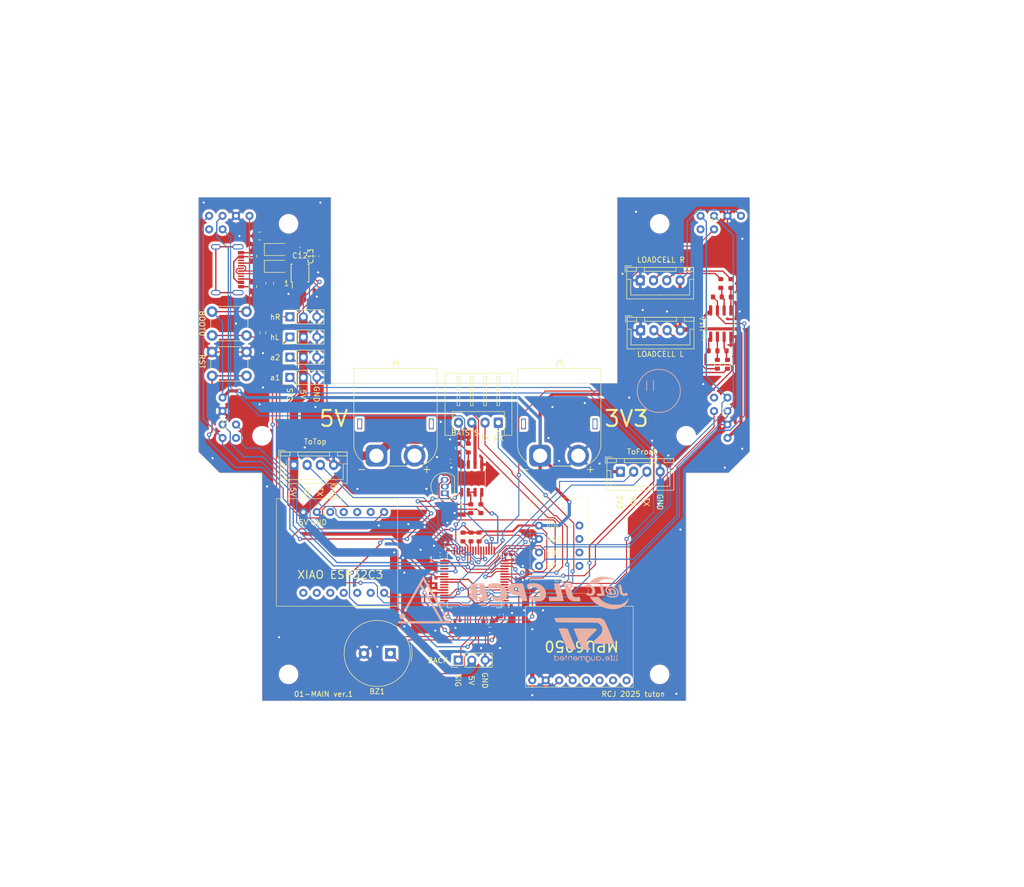
<source format=kicad_pcb>
(kicad_pcb (version 20221018) (generator pcbnew)
  (layers (0 "F.Cu" signal) (31 "B.Cu" signal) (34 "B.Paste" user) (35 "F.Paste" user) (36 "B.SilkS" user "B.Silkscreen") (37 "F.SilkS" user "F.Silkscreen") (38 "B.Mask" user) (39 "F.Mask" user) (44 "Edge.Cuts" user))
  (net 0 "")
  (net 1 "buzzer")
  (net 2 "GND")
  (net 3 "NRST")
  (net 4 "Net-(U3-VCAP_1)")
  (net 5 "+3V3")
  (net 6 "Net-(U3-VDDA)")
  (net 7 "+5V")
  (net 8 "UART2_RX")
  (net 9 "UART2_TX")
  (net 10 "STS_SIG")
  (net 11 "BAT")
  (net 12 "UART5_RX")
  (net 13 "UART5_TX")
  (net 14 "UART4_RX")
  (net 15 "UART4_TX")
  (net 16 "UART1_RX")
  (net 17 "UART1_TX")
  (net 18 "BOOT0")
  (net 19 "Net-(J7-Pin_2)")
  (net 20 "Net-(J7-Pin_3)")
  (net 21 "Net-(J8-Pin_2)")
  (net 22 "Net-(J8-Pin_3)")
  (net 23 "servo1")
  (net 24 "servo2")
  (net 25 "servo3")
  (net 26 "servo4")
  (net 27 "servo5")
  (net 28 "servo6")
  (net 29 "Net-(J15-Pin_1)")
  (net 30 "Net-(J15-Pin_2)")
  (net 31 "Net-(J15-Pin_3)")
  (net 32 "Net-(J15-Pin_4)")
  (net 33 "Net-(J16-Pin_1)")
  (net 34 "Net-(J16-Pin_2)")
  (net 35 "Net-(J16-Pin_3)")
  (net 36 "Net-(J16-Pin_4)")
  (net 37 "Net-(J17-Pin_1)")
  (net 38 "Net-(J17-Pin_2)")
  (net 39 "Net-(J17-Pin_3)")
  (net 40 "Net-(J17-Pin_4)")
  (net 41 "I2C1_SCL")
  (net 42 "I2C1_SDA")
  (net 43 "I2C2_SCL")
  (net 44 "I2C2_SDA")
  (net 45 "Net-(Q1-E)")
  (net 46 "Net-(Q1-B)")
  (net 47 "Net-(U3-PB2)")
  (net 48 "UART3_TX")
  (net 49 "Net-(U14B-+)")
  (net 50 "Net-(U14B--)")
  (net 51 "Net-(U14A-+)")
  (net 52 "Net-(U14A--)")
  (net 53 "LOADCEL_R")
  (net 54 "LOADCEL_L")
  (net 55 "Net-(U12-B)")
  (net 60 "XSHUT1")
  (net 66 "UART3_RX")
  (net 67 "UART6_TX")
  (net 68 "UART6_RX")
  (net 69 "XSHUT2")
  (net 70 "Net-(U8-V3)")
  (net 71 "Net-(D1-K)")
  (net 90 "Net-(D1-A)")
  (net 91 "Net-(D2-K)")
  (net 92 "Net-(J22-CC1)")
  (net 93 "D+")
  (net 94 "D-")
  (net 96 "Net-(J22-CC2)")
  (net 98 "unconnected-(J22-SHIELD-PadS1)")
  (net 99 "XSHUT3")
  (net 100 "XSHUT4")
  (net 105 "Net-(D2-A)")
  (footprint "Resistor_SMD:R_0603_1608Metric" (layer "F.Cu") (at 127 107.315 90)
    (fp_text reference "R13" hide)
    (fp_text value "2.2k" hide)
  )
  (footprint "Connector_JST:JST_XH_B4B-XH-A_1x04_P2.50mm_Vertical" (layer "F.Cu") (at 161.35 75.675)
    (fp_text reference "J7" hide)
    (fp_text value "LOADCELL_R")
  )
  (footprint "Capacitor_SMD:C_0402_1005Metric" (layer "F.Cu") (at 125.555 109.77 180)
    (fp_text reference "C11" hide)
    (fp_text value "100n" hide)
  )
  (footprint "Resistor_SMD:R_0603_1608Metric" (layer "F.Cu") (at 131.27 118.745 90)
    (fp_text reference "R3" hide)
    (fp_text value "7.5k" hide)
  )
  (footprint "tuton:vl53l0x_vertical" (layer "F.Cu") (at 82.55 102.87 -90)
    (fp_text reference "U2")
    (fp_text value "~")
  )
  (footprint "Resistor_SMD:R_0603_1608Metric" (layer "F.Cu") (at 128.905 107.315 -90)
    (fp_text reference "R14" hide)
    (fp_text value "2.2k" hide)
  )
  (footprint "Resistor_SMD:R_0603_1608Metric" (layer "F.Cu") (at 130.937 124.079 -90)
    (fp_text reference "R18" hide)
    (fp_text value "10k" hide)
  )
  (footprint "tuton:vl53l0x_vertical" (layer "F.Cu") (at 177.8 100.33 90)
    (fp_text reference "U4")
    (fp_text value "~")
  )
  (footprint "tuton:vl53l0x_vertical" (layer "F.Cu") (at 175.26 63.5 180)
    (fp_text reference "U5")
    (fp_text value "~")
  )
  (footprint "Capacitor_SMD:C_0402_1005Metric" (layer "F.Cu") (at 125.095 125.984 -90)
    (fp_text reference "C4" hide)
    (fp_text value "100n" hide)
  )
  (footprint "Resistor_SMD:R_0603_1608Metric" (layer "F.Cu") (at 178.435 76.265 -90)
    (fp_text reference "R4" hide)
    (fp_text value "330" hide)
  )
  (footprint "Capacitor_SMD:C_0402_1005Metric" (layer "F.Cu") (at 122.809 134.211 -90)
    (fp_text reference "C9" hide)
    (fp_text value "100n" hide)
  )
  (footprint "MountingHole:MountingHole_3.2mm_M3" (layer "F.Cu") (at 170 105)
    (fp_text reference "REF**" hide)
    (fp_text value "MountingHole_3.2mm_M3" hide)
  )
  (footprint "MountingHole:MountingHole_3.2mm_M3" (layer "F.Cu") (at 165 150)
    (fp_text reference "REF**" hide)
    (fp_text value "MountingHole_3.2mm_M3" hide)
  )
  (footprint "Connector_AMASS:AMASS_XT60PW-M_1x02_P7.20mm_Horizontal" (layer "F.Cu") (at 111.57 108.75)
    (fp_text reference "J4")
    (fp_text value "5V IN")
  )
  (footprint "Package_SO:MSOP-10_3x3mm_P0.5mm" (layer "F.Cu") (at 97.155 74.295 90)
    (fp_text reference "U8" hide)
    (fp_text value "CH340E" hide)
  )
  (footprint "Connector_JST:JST_XH_B4B-XH-A_1x04_P2.50mm_Vertical" (layer "F.Cu") (at 157.6 111.76)
    (fp_text reference "J3" hide)
    (fp_text value "ToFront")
  )
  (footprint "Resistor_SMD:R_0603_1608Metric" (layer "F.Cu") (at 178.435 88.965)
    (fp_text reference "R11" hide)
    (fp_text value "330k" hide)
  )
  (footprint "Capacitor_SMD:C_0402_1005Metric" (layer "F.Cu") (at 97.155 69.85 180)
    (fp_text reference "C12")
    (fp_text value "100n")
  )
  (footprint "Connector_PinHeader_2.54mm:PinHeader_1x03_P2.54mm_Vertical" (layer "F.Cu") (at 95.25 93.98 90)
    (fp_text reference "J9" hide)
    (fp_text value "arm1" hide)
  )
  (footprint "Capacitor_SMD:C_0402_1005Metric" (layer "F.Cu") (at 136.525 137.033)
    (fp_text reference "C2" hide)
    (fp_text value "4.7u" hide)
  )
  (footprint "MountingHole:MountingHole_3.2mm_M3" (layer "F.Cu") (at 165 65)
    (fp_text reference "REF**" hide)
    (fp_text value "MountingHole_3.2mm_M3" hide)
  )
  (footprint "tuton:vl53l0x_vertical" (layer "F.Cu") (at 82.55 63.5 180)
    (fp_text reference "U7" hide)
    (fp_text value "~" hide)
  )
  (footprint "Connector_PinHeader_2.54mm:PinHeader_1x03_P2.54mm_Vertical" (layer "F.Cu") (at 127.015 147.32 90)
    (fp_text reference "J13" hide)
    (fp_text value "back")
  )
  (footprint "Button_Switch_THT:SW_PUSH_6mm" (layer "F.Cu") (at 80.57 81.57)
    (fp_text reference "SW1" hide)
    (fp_text value "BOOT0")
  )
  (footprint "Connector_JST:JST_XH_S4B-XH-A_1x04_P2.50mm_Horizontal" (layer "F.Cu") (at 134.56 102.51 180)
    (fp_text reference "J1" hide)
    (fp_text value "ToLINE")
  )
  (footprint "MountingHole:MountingHole_3.2mm_M3" (layer "F.Cu") (at 95 150)
    (fp_text reference "REF**" hide)
    (fp_text value "MountingHole_3.2mm_M3" hide)
  )
  (footprint "Resistor_SMD:R_0603_1608Metric" (layer "F.Cu") (at 179.26 78.805)
    (fp_text reference "R9" hide)
    (fp_text value "330k" hide)
  )
  (footprint "Capacitor_SMD:C_0402_1005Metric" (layer "F.Cu") (at 122.301 131.826)
    (fp_text reference "C1" hide)
    (fp_text value "100n" hide)
  )
  (footprint "Resistor_SMD:R_0603_1608Metric" (layer "F.Cu") (at 129.413 124.079 90)
    (fp_text reference "R15" hide)
    (fp_text value "10k" hide)
  )
  (footprint "MountingHole:MountingHole_3.2mm_M3" (layer "F.Cu") (at 95 65)
    (fp_text reference "REF**" hide)
    (fp_text value "MountingHole_3.2mm_M3" hide)
  )
  (footprint "Akiduki:BNO055" (layer "F.Cu") (at 146.05 125.73)
    (fp_text reference "U1")
    (fp_text value "~")
  )
  (footprint "Capacitor_SMD:C_0402_1005Metric" (layer "F.Cu") (at 126.873 139.827)
    (fp_text reference "C8" hide)
    (fp_text value "100n" hide)
  )
  (footprint "Resistor_SMD:R_0603_1608Metric" (layer "F.Cu") (at 175.895 78.805)
    (fp_text reference "R10" hide)
    (fp_text value "330k" hide)
  )
  (footprint "Package_QFP:LQFP-64_10x10mm_P0.5mm" (layer "F.Cu") (at 130.048 132.334)
    (fp_text reference "U3" hide)
    (fp_text value "STM32F446RETx" hide)
  )
  (footprint "Connector_AMASS:AMASS_XT60PW-M_1x02_P7.20mm_Horizontal" (layer "F.Cu") (at 142.45 108.75)
    (fp_text reference "J5")
    (fp_text value "3V3 IN")
  )
  (footprint "Resistor_SMD:R_0603_1608Metric" (layer "F.Cu") (at 129.365 118.745 -90)
    (fp_text reference "R8" hide)
    (fp_text value "20k" hide)
  )
  (footprint "Capacitor_SMD:C_0402_1005Metric" (layer "F.Cu") (at 137.795 128.397)
    (fp_text reference "C7" hide)
    (fp_text value "4.7u" hide)
  )
  (footprint "Resistor_SMD:R_0805_2012Metric" (layer "F.Cu") (at 88.265 76.835 90)
    (fp_text reference "R20" hide)
    (fp_text value "5.1k" hide)
  )
  (footprint "Package_SO:SOIC-8_3.9x4.9mm_P1.27mm" (layer "F.Cu") (at 176.53 83.82 90)
    (fp_text reference "U14")
    (fp_text value "LM358")
  )
  (footprint "Resistor_SMD:R_0805_2012Metric" (layer "F.Cu") (at 88.265 71.12 -90)
    (fp_text reference "R22" hide)
    (fp_text value "5.1k" hide)
  )
  (footprint "Connector_PinHeader_2.54mm:PinHeader_1x03_P2.54mm_Vertical" (layer "F.Cu") (at 95.25 82.55 90)
    (fp_text reference "J12" hide)
    (fp_text value "handR" hide)
  )
  (footprint "Connector_PinHeader_2.54mm:PinHeader_1x03_P2.54mm_Vertical" (layer "F.Cu") (at 95.25 90.17 90)
    (fp_text reference "J10" hide)
    (fp_text value "arm2" hide)
  )
  (footprint "Resistor_SMD:R_0603_1608Metric" (layer "F.Cu") (at 127.889 124.079 -90)
    (fp_text reference "R16" hide)
    (fp_text value "10k" hide)
  )
  (footprint "MountingHole:MountingHole_3.2mm_M3" (layer "F.Cu") (at 90 105)
    (fp_text reference "REF**" hide)
    (fp_text value "MountingHole_3.2mm_M3" hide)
  )
  (footprint "XIAO:XIAO_Board" (layer "F.Cu") (at 105.41 127 90)
    (fp_text reference "U6" hide)
    (fp_text value "~")
  )
  (footprint "Resistor_SMD:R_0805_2012Metric" (layer "F.Cu") (at 122.301 137.033 90)
    (fp_text reference "FB1" hide)
    (fp_text value "FerriteBead" hide)
  )
  (footprint "Capacitor_SMD:C_0402_1005Metric" (layer "F.Cu") (at 121.793 134.239 -90)
    (fp_text reference "C10" hide)
    (fp_text value "1u" hide)
  )
  (footprint "Resistor_SMD:R_0603_1608Metric" (layer "F.Cu") (at 90.17 85.535 90)
    (fp_text reference "R1" hide)
    (fp_text value "10k" hide)
  )
  (footprint "Akiduki:MPU6050" (layer "F.Cu") (at 149.86 144.78 90)
    (fp_text reference "U13" hide)
    (fp_text value "~")
  )
  (footprint "Connector_JST:JST_XH_B4B-XH-A_1x04_P2.50mm_Vertical" (layer "F.Cu") (at 161.41 85.09)
    (fp_text reference "J8" hide)
    (fp_text value "LOADCELL_L")
  )
  (footprint "Resistor_SMD:R_0603_1608Metric" (layer "F.Cu") (at 176.53 76.265 90)
    (fp_text reference "R5" hide)
    (fp_text value "330" hide)
  )
  (footprint "Resistor_SMD:R_0603_1608Metric" (layer "F.Cu") (at 132.588 139.954)
    (fp_text reference "R2" hide)
    (fp_text value "10k" hide)
  )
  (footprint "Capacitor_SMD:C_0402_1005Metric" (layer "F.Cu") (at 100.33 71.12 90)
    (fp_text reference "C13")
    (fp_text value "100n")
  )
  (footprint "Resistor_SMD:R_0805_2012Metric" (layer "F.Cu") (at 89.535 67.31 180)
    (fp_text reference "R19" hide)
    (fp_text value "75" hide)
  )
  (footprint "Connector_USB:USB_C_Receptacle_GCT_USB4105-xx-A_16P_TopMnt_Horizontal" (layer "F.Cu") (at 82.355 73.66 -90)
    (fp_text reference "J22" hide)
    (fp_text value "USB_C_Receptacle_USB2.0")
  )
  (footprint "Capacitor_SMD:C_0402_1005Metric" (layer "F.Cu") (at 123.599 127.381)
    (fp_text reference "C3" hide)
    (fp_text value "100n" hide)
  )
  (footprint "Connector_PinHeader_2.54mm:PinHeader_1x03_P2.54mm_Vertical" (layer "F.Cu") (at 95.25 86.36 90)
    (fp_text reference "J11" hide)
    (fp_text value "handL" hide)
  )
  (footprint "LED_SMD:LED_1206_3216Metric" (layer "F.Cu") (at 92.71 69.85)
    (fp_text reference "D1" hide)
    (fp_text value "LED_ORANGE" hide)
  )
  (footprint "Capacitor_SMD:C_0402_1005Metric" (layer "F.Cu") (at 135.128 138.684 90)
    (fp_text reference "C6" hide)
    (fp_text value "100n" hide)
  )
  (footprint "Buzzer_Beeper:Buzzer_TDK_PS1240P02BT_D12.2mm_H6.5mm" (layer "F.Cu") (at 114.22 146.05 180)
    (fp_text reference "BZ1")
    (fp_text value "Buzzer")
  )
  (footprint "Resistor_SMD:R_0603_1608Metric" (layer "F.Cu") (at 175.07 88.965)
    (fp_text reference "R12" hide)
    (fp_text value "330k" hide)
  )
  (footprint "Package_SO:SOP-8_3.9x4.9mm_P1.27mm" (layer "F.Cu") (at 129.54 113.03 90)
    (fp_text reference "U12" hide)
    (fp_text value "MAX485ESA" hide)
  )
  (footprint "Resistor_SMD:R_0805_2012Metric" (layer "F.Cu") (at 91.44 76.2 -90)
    (fp_text reference "R21" hide)
    (fp_text value "75" hide)
  )
  (footprint "Capacitor_SMD:C_0402_1005Metric" (layer "F.Cu") (at 136.398 127.381 180)
    (fp_text reference "C5" hide)
    (fp_text value "100n" hide)
  )
  (footprint "Package_TO_SOT_THT:TO-92_Inline" (layer "F.Cu") (at 124.46 115.824 90)
    (fp_text reference "Q1" hide)
    (fp_text value "2SA1015" hide)
  )
  (footprint "Resistor_SMD:R_0603_1608Metric" (layer "F.Cu") (at 175.895 91.505 -90)
    (fp_text reference "R7" hide)
    (fp_text value "330" hide)
  )
  (footprint "Resistor_SMD:R_0603_1608Metric" (layer "F.Cu") (at 132.969 141.605)
    (fp_text reference "R17" hide)
    (fp_text value "10k" hide)
  )
  (footprint "Resistor_SMD:R_0603_1608Metric" (layer "F.Cu") (at 177.8 91.505 90)
    (fp_text reference "R6" hide)
    (fp_text value "330" hide)
  )
  (footprint "Connector_JST:JST_XH_B4B-XH-A_1x04_P2.50mm_Vertical" (layer "F.Cu") (at 96.005 110.49)
    (fp_text reference "J2" hide)
    (fp_text value "ToTop")
  )
  (footprint "Button_Switch_THT:SW_PUSH_6mm" (layer "F.Cu") (at 80.57 89.19)
    (fp_text reference "SW2" hide)
    (fp_text value "NRST")
  )
  (footprint "LED_SMD:LED_1206_3216Metric" (layer "F.Cu") (at 92.71 73.025)
    (fp_text reference "D2" hide)
    (fp_text value "LED_GREEN" hide)
  )
  (footprint "logo:jlcpcb_logo_big" (layer "B.Cu") (at 144.145 134.62 180)
    (fp_text reference "G***" hide)
    (fp_text value "LOGO" hide)
  )
  (footprint "logo:tuton_logo" (layer "B.Cu") (at 120.65 135.89 180)
    (fp_text reference "G***" hide)
    (fp_text value "LOGO" hide)
  )
  (footprint "logo:st_logo_middle" (layer "B.Cu") (at 151.13 143.51 180)
    (fp_text reference "G***" hide)
    (fp_text value "LOGO" hide)
  )
  (gr_circle (center 164.844017 96.52) (end 167.384017 99.695) (stroke (width 0.15)) (fill none) (layer "B.SilkS"))
  (gr_line (start 163.83 94.615) (end 163.83 96.52) (stroke (width 0.15)) (layer "B.SilkS"))
  (gr_line (start 162.56 94.615) (end 162.56 96.52) (stroke (width 0.15)) (layer "B.SilkS"))
  (gr_poly (pts (xy 78 60) (xy 78 108) (xy 82 112) (xy 90 112) (xy 90 155) (xy 170 155) (xy 170 112) (xy 178 112) (xy 182 108) (xy 182 100) (xy 182 60) (xy 157 60) (xy 157 95.07) (xy 103 95.07) (xy 103 60)) (stroke (width 0.1)) (fill none) (layer "Edge.Cuts"))
  (gr_text "TX\n" (at 100.33 115.57 270) (layer "F.SilkS") (effects (font (size 1 1)) (justify bottom)))
  (gr_text "1" (at 121.92 128.905) (layer "F.SilkS") (effects (font (size 1 1)) (justify bottom)))
  (gr_text "1" (at 127.635 118.11) (layer "F.SilkS") (effects (font (size 1 1)) (justify bottom)))
  (gr_text "hR\n" (at 91.44 83.185) (layer "F.SilkS") (effects (font (size 1 1)) (justify left bottom)))
  (gr_text "GND" (at 102.87 115.57 270) (layer "F.SilkS") (effects (font (size 1 1)) (justify bottom)))
  (gr_text "STS" (at 129.606722 105.027009) (layer "F.SilkS") (effects (font (size 1 1)) (justify bottom)))
  (gr_text "hL" (at 91.44 86.995) (layer "F.SilkS") (effects (font (size 1 1)) (justify left bottom)))
  (gr_text "a2\n" (at 91.44 90.805) (layer "F.SilkS") (effects (font (size 1 1)) (justify left bottom)))
  (gr_text "SIG" (at 126.365 151.13 270) (layer "F.SilkS") (effects (font (size 1 1)) (justify bottom)))
  (gr_text "RX" (at 97.79 115.57 270) (layer "F.SilkS") (effects (font (size 1 1)) (justify bottom)))
  (gr_text "XIAO ESP32C3" (at 96.52 132.08) (layer "F.SilkS") (effects (font (size 1.5 1.5) (thickness 0.2)) (justify left bottom)))
  (gr_text "SIG" (at 94.615 97.155 270) (layer "F.SilkS") (effects (font (size 1 1)) (justify bottom)))
  (gr_text "TX" (at 132.08 106.045) (layer "F.SilkS") (effects (font (size 1 1)) (justify bottom)))
  (gr_text "5V\n" (at 103.505 103.505) (layer "F.SilkS") (effects (font (size 3 3) (thickness 0.4)) (justify bottom)))
  (gr_text "a1\n" (at 91.44 94.615) (layer "F.SilkS") (effects (font (size 1 1)) (justify left bottom)))
  (gr_text "BOOT0" (at 78.105 81.28 -90) (layer "F.SilkS") (effects (font (size 1 1)) (justify left bottom)))
  (gr_text "5V" (at 95.25 115.57 270) (layer "F.SilkS") (effects (font (size 1 1)) (justify bottom)))
  (gr_text "ToTop\n" (at 97.79 106.68) (layer "F.SilkS") (effects (font (size 1 1)) (justify left bottom)))
  (gr_text "GND" (at 99.695 97.155 270) (layer "F.SilkS") (effects (font (size 1 1)) (justify bottom)))
  (gr_text "1" (at 94.615 76.835) (layer "F.SilkS") (effects (font (size 1 1)) (justify bottom)))
  (gr_text "BACK" (at 123.19 147.955) (layer "F.SilkS") (effects (font (size 1 1)) (justify bottom)))
  (gr_text "BAT" (at 127 105.027009) (layer "F.SilkS") (effects (font (size 1 1)) (justify bottom)))
  (gr_text "GND" (at 99.06 121.92) (layer "F.SilkS") (effects (font (size 1 1)) (justify left bottom)))
  (gr_text "GND" (at 164.465 117.475 270) (layer "F.SilkS") (effects (font (size 1 1)) (justify bottom)))
  (gr_text "5V" (at 97.155 97.155 270) (layer "F.SilkS") (effects (font (size 1 1)) (justify bottom)))
  (gr_text "ToFront\n" (at 158.75 108.585) (layer "F.SilkS") (effects (font (size 1 1)) (justify left bottom)))
  (gr_text "TX\n" (at 161.925 117.475 270) (layer "F.SilkS") (effects (font (size 1 1)) (justify bottom)))
  (gr_text "LOADCELL L" (at 160.655 90.17) (layer "F.SilkS") (effects (font (size 1 1)) (justify left bottom)))
  (gr_text "GND" (at 131.445 151.13 270) (layer "F.SilkS") (effects (font (size 1 1)) (justify bottom)))
  (gr_text "01-MAIN ver.1" (at 101.6 154.305) (layer "F.SilkS") (effects (font (size 1 1)) (justify bottom)))
  (gr_text "RCJ 2025 tuton\n" (at 160.02 154.305) (layer "F.SilkS") (effects (font (size 1 1)) (justify bottom)))
  (gr_text "1" (at 173.355 86.995) (layer "F.SilkS") (effects (font (size 1 1)) (justify bottom)))
  (gr_text "5V" (at 128.905 151.13 270) (layer "F.SilkS") (effects (font (size 1 1)) (justify bottom)))
  (gr_text "RST" (at 78.105 89.535 270) (layer "F.SilkS") (effects (font (size 1 1)) (justify left bottom)))
  (gr_text "3V3" (at 158.75 103.505) (layer "F.SilkS") (effects (font (size 3 3) (thickness 0.4)) (justify bottom)))
  (gr_text "RX" (at 159.385 117.475 270) (layer "F.SilkS") (effects (font (size 1 1)) (justify bottom)))
  (gr_text "5V\n" (at 97.79 121.92) (layer "F.SilkS") (effects (font (size 1 1)) (justify bottom)))
  (gr_text "RX" (at 134.62 106.045) (layer "F.SilkS") (effects (font (size 1 1)) (justify bottom)))
  (gr_text "3V3" (at 156.845 117.475 -90) (layer "F.SilkS") (effects (font (size 1 1)) (justify bottom)))
  (gr_text "LOADCELL R\n" (at 160.655 72.39) (layer "F.SilkS") (effects (font (size 1 1)) (justify left bottom)))
  (segment (start 127 149.86) (end 118.03 149.86) (width 0.2) (layer "F.Cu") (net 1))
  (segment (start 131.298 139.231352) (end 130.81 139.719352) (width 0.2) (layer "F.Cu") (net 1))
  (segment (start 130.81 144.090686) (end 128.165 146.735686) (width 0.2) (layer "F.Cu") (net 1))
  (segment (start 128.165 146.735686) (end 128.165 148.695) (width 0.2) (layer "F.Cu") (net 1))
  (segment (start 118.03 149.86) (end 114.22 146.05) (width 0.2) (layer "F.Cu") (net 1))
  (segment (start 131.298 138.009) (end 131.298 139.231352) (width 0.2) (layer "F.Cu") (net 1))
  (segment (start 128.165 148.695) (end 127 149.86) (width 0.2) (layer "F.Cu") (net 1))
  (segment (start 130.81 139.719352) (end 130.81 144.090686) (width 0.2) (layer "F.Cu") (net 1))
  (segment (start 124.756 109.77) (end 123.698 108.712) (width 0.25) (layer "F.Cu") (net 2))
  (segment (start 133.413 139.954) (end 133.413 140.406629) (width 0.25) (layer "F.Cu") (net 2))
  (segment (start 124.373 134.084) (end 123.162 134.084) (width 0.25) (layer "F.Cu") (net 2))
  (segment (start 139.79 130.138) (end 139.192 129.54) (width 0.25) (layer "F.Cu") (net 2))
  (segment (start 139.446 134.874) (end 139.446 137.922) (width 0.25) (layer "F.Cu") (net 2))
  (segment (start 138.275 128.706999) (end 138.275 128.397) (width 0.25) (layer "F.Cu") (net 2))
  (segment (start 123.119 126.421) (end 123.119 127.381) (width 0.2) (layer "F.Cu") (net 2))
  (segment (start 165.1 110.236) (end 166.624 108.712) (width 0.25) (layer "F.Cu") (net 2))
  (segment (start 104.14 110.49) (end 105.664 108.966) (width 0.25) (layer "F.Cu") (net 2))
  (segment (start 177.8 63.5) (end 177.8 65.786) (width 0.25) (layer "F.Cu") (net 2))
  (segment (start 138.275 128.087001) (end 138.275 128.397) (width 0.25) (layer "F.Cu") (net 2))
  (segment (start 124.996 125.504) (end 123.119 127.381) (width 0.2) (layer "F.Cu") (net 2))
  (segment (start 97.155 76.495) (end 97.155 78.867) (width 0.25) (layer "F.Cu") (net 2))
  (segment (start 125.095 125.504) (end 124.996 125.504) (width 0.2) (layer "F.Cu") (net 2))
  (segment (start 133.413 139.954) (end 133.069 140.298) (width 0.25) (layer "F.Cu") (net 2))
  (segment (start 126.798 125.85159) (end 126.45041 125.504) (width 0.2) (layer "F.Cu") (net 2))
  (segment (start 122.428 125.73) (end 123.119 126.421) (width 0.2) (layer "F.Cu") (net 2))
  (segment (start 132.625 142.692) (end 132.625 144.055) (width 0.25) (layer "F.Cu") (net 2))
  (segment (start 86.035 76.86) (end 87.3775 76.86) (width 0.25) (layer "F.Cu") (net 2))
  (segment (start 177.8 61.214) (end 177.546 60.96) (width 0.25) (layer "F.Cu") (net 2))
  (segment (start 177.8 63.5) (end 177.8 61.214) (width 0.25) (layer "F.Cu") (net 2))
  (segment (start 125.075 110.343) (end 125.73 110.998) (width 0.25) (layer "F.Cu") (net 2))
  (segment (start 97.155 78.867) (end 96.774 79.248) (width 0.25) (layer "F.Cu") (net 2))
  (segment (start 128.905 106.49) (end 128.079 105.664) (width 0.25) (layer "F.Cu") (net 2))
  (segment (start 126.798 139.422) (end 126.393 139.827) (width 0.25) (layer "F.Cu") (net 2))
  (segment (start 133.813 139.954) (end 133.413 139.954) (width 0.6) (layer "F.Cu") (net 2))
  (segment (start 114.885343 112.634657) (end 118.77 108.75) (width 0.25) (layer "F.Cu") (net 2))
  (segment (start 126.45041 125.504) (end 125.095 125.504) (width 0.2) (layer "F.Cu") (net 2))
  (segment (start 107.075343 112.634657) (end 114.885343 112.634657) (width 0.25) (layer "F.Cu") (net 2))
  (segment (start 132.625 144.055) (end 133.604 145.034) (width 0.25) (layer "F.Cu") (net 2))
  (segment (start 133.069 140.298) (end 133.069 142.248) (width 0.25) (layer "F.Cu") (net 2))
  (segment (start 128.079 105.664) (end 125.476 105.664) (width 0.25) (layer "F.Cu") (net 2))
  (segment (start 135.128 139.164) (end 134.603 139.164) (width 0.6) (layer "F.Cu") (net 2))
  (segment (start 133.298 138.009) (end 133.298 139.839) (width 0.25) (layer "F.Cu") (net 2))
  (segment (start 137.568999 127.381) (end 138.275 128.087001) (width 0.25) (layer "F.Cu") (net 2))
  (segment (start 88.0125 70.46) (end 88.265 70.2075) (width 0.25) (layer "F.Cu") (net 2))
  (segment (start 121.821 133.731) (end 121.793 133.759) (width 0.25) (layer "F.Cu") (net 2))
  (segment (start 165.1 111.76) (end 165.1 110.236) (width 0.25) (layer "F.Cu") (net 2))
  (segment (start 133.298 139.839) (end 133.413 139.954) (width 0.25) (layer "F.Cu") (net 2))
  (segment (start 139.192 132.2095) (end 139.192 131.708305) (width 0.25) (layer "F.Cu") (net 2))
  (segment (start 139.192 131.708305) (end 139.79 131.110305) (width 0.25) (layer "F.Cu") (net 2))
  (segment (start 103.505 110.49) (end 100.203 107.188) (width 0.25) (layer "F.Cu") (net 2))
  (segment (start 177.8 102.87) (end 176.276 102.87) (width 0.25) (layer "F.Cu") (net 2))
  (segment (start 136.878 127.381) (end 137.568999 127.381) (width 0.25) (layer "F.Cu") (net 2))
  (segment (start 126.798 138.009) (end 126.798 139.422) (width 0.25) (layer "F.Cu") (net 2))
  (segment (start 125.075 109.77) (end 124.756 109.77) (width 0.25) (layer "F.Cu") (net 2))
  (segment (start 120.551 133.096) (end 120.396 133.096) (width 0.25) (layer "F.Cu") (net 2))
  (segment (start 80.57 89.19) (end 87.07 89.19) (width 0.25) (layer "F.Cu") (net 2))
  (segment (start 122.809 133.731) (end 121.821 133.731) (width 0.25) (layer "F.Cu") (net 2))
  (segment (start 100.33 119.38) (end 107.075343 112.634657) (width 0.25) (layer "F.Cu") (net 2))
  (segment (start 87.3775 76.86) (end 88.265 77.7475) (width 0.25) (layer "F.Cu") (net 2))
  (segment (start 86.035 70.46) (end 88.0125 70.46) (width 0.25) (layer "F.Cu") (net 2))
  (segment (start 135.723 129.084) (end 137.897999 129.084) (width 0.25) (layer "F.Cu") (net 2))
  (segment (start 140.716 133.604) (end 139.446 134.874) (width 0.25) (layer "F.Cu") (net 2))
  (segment (start 123.162 134.084) (end 122.809 133.731) (width 0.25) (layer "F.Cu") (net 2))
  (segment (start 100.203 107.188) (end 98.044 107.188) (width 0.25) (layer "F.Cu") (net 2))
  (segment (start 126.348438 119.57) (end 126.325219 119.546781) (width 0.25) (layer "F.Cu") (net 2))
  (segment (start 137.897999 129.084) (end 138.275 128.706999) (width 0.25) (layer "F.Cu") (net 2))
  (segment (start 121.821 131.826) (end 120.551 133.096) (width 0.25) (layer "F.Cu") (net 2))
  (segment (start 134.603 139.164) (end 133.813 139.954) (width 0.6) (layer "F.Cu") (net 2))
  (segment (start 126.798 126.659) (end 126.798 125.85159) (width 0.2) (layer "F.Cu") (net 2))
  (segment (start 177.8 65.786) (end 178.308 66.294) (width 0.25) (layer "F.Cu") (net 2))
  (segment (start 139.79 131.110305) (end 139.79 130.138) (width 0.25) (layer "F.Cu") (net 2))
  (segment (start 133.069 142.248) (end 132.625 142.692) (width 0.25) (layer "F.Cu") (net 2))
  (segment (start 125.075 109.77) (end 125.075 110.343) (width 0.25) (layer "F.Cu") (net 2))
  (segment (start 103.505 110.49) (end 104.14 110.49) (width 0.25) (layer "F.Cu") (net 2))
  (segment (start 129.365 119.57) (end 126.348438 119.57) (width 0.25) (layer "F.Cu") (net 2))
  (segment (start 133.604 145.034) (end 134.874 145.034) (width 0.25) (layer "F.Cu") (net 2))
  (via (at 157.988 74.422) (size 0.8) (drill 0.4) (layers "F.Cu" "B.Cu") (net 2))
  (via (at 150.876 98.806) (size 0.8) (drill 0.4) (layers "F.Cu" "B.Cu") (net 2))
  (via (at 126.325219 119.546781) (size 0.8) (drill 0.4) (layers "F.Cu" "B.Cu") (net 2))
  (via (at 100.584 74.168) (size 0.8) (drill 0.4) (layers "F.Cu" "B.Cu") (net 2))
  (via (at 144.018 105.41) (size 0.8) (drill 0.4) (layers "F.Cu" "B.Cu") (net 2))
  (via (at 146.05 109.728) (size 0.8) (drill 0.4) (layers "F.Cu" "B.Cu") (net 2))
  (via (at 125.73 110.998) (size 0.8) (drill 0.4) (layers "F.Cu" "B.Cu") (net 2))
  (via (at 163.576 105.918) (size 0.8) (drill 0.4) (layers "F.Cu" "B.Cu") (net 2))
  (via (at 153.67 110.236) (size 0.8) (drill 0.4) (layers "F.Cu" "B.Cu") (net 2))
  (via (at 79 61) (size 0.8) (drill 0.4) (layers "F.Cu" "B.Cu") (net 2))
  (via (at 85.09 83.82) (size 0.8) (drill 0.4) (layers "F.Cu" "B.Cu") (net 2))
  (via (at 173.228 95.25) (size 0.8) (drill 0.4) (layers "F.Cu" "B.Cu") (net 2))
  (via (at 123.952 137.922) (size 0.8) (drill 0.4) (layers "F.Cu" "B.Cu") (net 2))
  (via (at 140.716 124.714) (size 0.8) (drill 0.4) (layers "F.Cu" "B.Cu") (net 2))
  (via (at 90.932 114.554) (size 0.8) (drill 0.4) (layers "F.Cu" "B.Cu") (net 2))
  (via (at 177.292 110.998) (size 0.8) (drill 0.4) (layers "F.Cu" "B.Cu") (net 2))
  (via (at 98.044 107.188) (size 0.8) (drill 0.4) (layers "F.Cu" "B.Cu") (net 2))
  (via (at 119.888 126.492) (size 0.8) (drill 0.4) (layers "F.Cu" "B.Cu") (net 2))
  (via (at 134.874 145.034) (size 0.8) (drill 0.4) (layers "F.Cu" "B.Cu") (net 2))
  (via (at 144.78 99.568) (size 0.8) (drill 0.4) (layers "F.Cu" "B.Cu") (net 2))
  (via (at 111.76 144.78) (size 0.8) (drill 0.4) (layers "F.Cu" "B.Cu") (net 2))
  (via (at 122.428 125.73) (size 0.8) (drill 0.4) (layers "F.Cu" "B.Cu") (net 2))
  (via (at 139.192 132.2095) (size 0.8) (drill 0.4) (layers "F.Cu" "B.Cu") (net 2))
  (via (at 123.698 102.362) (size 0.8) (drill 0.4) (layers "F.Cu" "B.Cu") (net 2))
  (via (at 94.996 78.232) (size 0.8) (drill 0.4) (layers "F.Cu" "B.Cu") (net 2))
  (via (at 85.725 67.31) (size 0.8) (drill 0.4) (layers "F.Cu" "B.Cu") (net 2))
  (via (at 126.492 141.224) (size 0.8) (drill 0.4) (layers "F.Cu" "B.Cu") (net 2))
  (via (at 125.476 105.664) (size 0.8) (drill 0.4) (layers "F.Cu" "B.Cu") (net 2))
  (via (at 168.148 153.67) (size 0.8) (drill 0.4) (layers "F.Cu" "B.Cu") (net 2))
  (via (at 160.528 62.738) (size 0.8) (drill 0.4) (layers "F.Cu" "B.Cu") (net 2))
  (via (at 180.086 81.534) (size 0.8) (drill 0.4) (layers "F.Cu" "B.Cu") (net 2))
  (via (at 131.318 145.034) (size 0.8) (drill 0.4) (layers "F.Cu" "B.Cu") (net 2))
  (via (at 116.586 128.016) (size 0.8) (drill 0.4) (layers "F.Cu" "B.Cu") (net 2))
  (via (at 159.258 97.79) (size 0.8) (drill 0.4) (layers "F.Cu" "B.Cu") (net 2))
  (via (at 100.076 99.568) (size 0.8) (drill 0.4) (layers "F.Cu" "B.Cu") (net 2))
  (via (at 139.192 129.54) (size 0.8) (drill 0.4) (layers "F.Cu" "B.Cu") (net 2))
  (via (at 143.002 137.922) (size 0.8) (drill 0.4) (layers "F.Cu" "B.Cu") (net 2))
  (via (at 100.33 78.74) (size 0.8) (drill 0.4) (layers "F.Cu" "B.Cu") (net 2))
  (via (at 80.645 109.22) (size 0.8) (drill 0.4) (layers "F.Cu" "B.Cu") (net 2))
  (via (at 89.535 99.06) (size 0.8) (drill 0.4) (layers "F.Cu" "B.Cu") (net 2))
  (via (at 180.594 107.442) (size 0.8) (drill 0.4) (layers "F.Cu" "B.Cu") (net 2))
  (via (at 140.97 141.478) (size 0.8) (drill 0.4) (layers "F.Cu" "B.Cu") (net 2))
  (via (at 120.65 122.174) (size 0.8) (drill 0.4) (layers "F.Cu" "B.Cu") (net 2))
  (via (at 90.17 89.408) (size 0.8) (drill 0.4) (layers "F.Cu" "B.Cu") (net 2))
  (via (at 124.968 121.412) (size 0.8) (drill 0.4) (layers "F.Cu" "B.Cu") (net 2))
  (via (at 112.014 121.92) (size 0.8) (drill 0.4) (layers "F.Cu" "B.Cu") (net 2))
  (via (at 101 61) (size 0.8) (drill 0.4) (layers "F.Cu" "B.Cu") (net 2))
  (via (at 164.846 117.856) (size 0.8) (drill 0.4) (layers "F.Cu" "B.Cu") (net 2))
  (via (at 161.798 81.28) (size 0.8) (drill 0.4) (layers "F.Cu" "B.Cu") (net 2))
  (via (at 140.97 153.924) (size 0.8) (drill 0.4) (layers "F.Cu" "B.Cu") (net 2))
  (via (at 180.594 67.818) (size 0.8) (drill 0.4) (layers "F.Cu" "B.Cu") (net 2))
  (via (at 137.16 138.43) (size 0.8) (drill 0.4) (layers "F.Cu" "B.Cu") (net 2))
  (via (at 116.84 130.81) (size 0.8) (drill 0.4) (layers "F.Cu" "B.Cu") (net 2))
  (via (at 123 109) (size 0.8) (drill 0.4) (layers "F.Cu" "B.Cu") (net 2))
  (via (at 122.682 141.732) (size 0.8) (drill 0.4) (layers "F.Cu" "B.Cu") (net 2))
  (via (at 117.602 121.666) (size 0.8) (drill 0.4) (layers "F.Cu" "B.Cu") (net 2))
  (via (at 166.37 81.534) (size 0.8) (drill 0.4) (layers "F.Cu" "B.Cu") (net 2))
  (via (at 108 115) (size 0.8) (drill 0.4) (layers "F.Cu" "B.Cu") (net 2))
  (via (at 121 115) (size 0.8) (drill 0.4) (layers "F.Cu" "B.Cu") (net 2))
  (via (at 93.218 143.002) (size 0.8) (drill 0.4) (layers "F.Cu" "B.Cu") (net 2))
  (via (at 168.91 122.682) (size 0.8) (drill 0.4) (layers "F.Cu" "B.Cu") (net 2))
  (via (at 166.624 108.712) (size 0.8) (drill 0.4) (layers "F.Cu" "B.Cu") (net 2))
  (via (at 139.446 137.922) (size 0.8) (drill 0.4) (layers "F.Cu" "B.Cu") (net 2))
  (via (at 90.17 95.885) (size 0.8) (drill 0.4) (layers "F.Cu" "B.Cu") (net 2))
  (via (at 166.624 72.136) (size 0.8) (drill 0.4) (layers "F.Cu" "B.Cu") (net 2))
  (via (at 140.716 133.604) (size 0.8) (drill 0.4) (layers "F.Cu" "B.Cu") (net 2))
  (via (at 117.094 137.922) (size 0.8) (drill 0.4) (layers "F.Cu" "B.Cu") (net 2))
  (segment (start 165.1 111.76) (end 165.1 117.602) (width 0.25) (layer "B.Cu") (net 2))
  (segment (start 124.968 120.904) (end 126.325219 119.546781) (width 0.25) (layer "B.Cu") (net 2))
  (segment (start 165.1 117.602) (end 164.846 117.856) (width 0.25) (layer "B.Cu") (net 2))
  (segment (start 119.888 126.492) (end 118.11 126.492) (width 0.25) (layer "B.Cu") (net 2))
  (segment (start 139.192 132.2095) (end 139.3215 132.2095) (width 0.25) (layer "B.Cu") (net 2))
  (segment (start 180.086 100.584) (end 180.086 81.534) (width 0.25) (layer "B.Cu") (net 2))
  (segment (start 142.24 124.46) (end 140.97 124.46) (width 0.25) (layer "B.Cu") (net 2))
  (segment (start 124.968 121.412) (end 124.968 120.904) (width 0.25) (layer "B.Cu") (net 2))
  (segment (start 118.11 126.492) (end 116.586 128.016) (width 0.25) (layer "B.Cu") (net 2))
  (segment (start 177.8 102.87) (end 180.086 100.584) (width 0.25) (layer "B.Cu") (net 2))
  (segment (start 121.666 126.492) (end 119.888 126.492) (width 0.2) (layer "B.Cu") (net 2))
  (segment (start 122.428 125.73) (end 121.666 126.492) (width 0.2) (layer "B.Cu") (net 2))
  (segment (start 139.3215 132.2095) (end 140.716 133.604) (width 0.25) (layer "B.Cu") (net 2))
  (segment (start 140.97 124.46) (end 140.716 124.714) (width 0.25) (layer "B.Cu") (net 2))
  (segment (start 80.57 93.69) (end 87.07 93.69) (width 0.25) (layer "F.Cu") (net 3))
  (segment (start 124.373 131.584) (end 123.023 131.584) (width 0.25) (layer "F.Cu") (net 3))
  (segment (start 80.57 104.215) (end 80.57 93.69) (width 0.25) (layer "F.Cu") (net 3))
  (segment (start 122.174 131.064) (end 120.854499 131.064) (width 0.25) (layer "F.Cu") (net 3))
  (segment (start 114.250499 124.46) (end 97.155 124.46) (width 0.25) (layer "F.Cu") (net 3))
  (segment (start 80.01 104.775) (end 80.57 104.215) (width 0.25) (layer "F.Cu") (net 3))
  (segment (start 123.023 131.584) (end 122.781 131.826) (width 0.25) (layer "F.Cu") (net 3))
  (segment (start 122.781 131.671) (end 122.174 131.064) (width 0.25) (layer "F.Cu") (net 3))
  (segment (start 120.854499 131.064) (end 114.250499 124.46) (width 0.25) (layer "F.Cu") (net 3))
  (segment (start 122.781 131.826) (end 122.781 131.671) (width 0.25) (layer "F.Cu") (net 3))
  (via (at 97.155 124.46) (size 0.8) (drill 0.4) (layers "F.Cu" "B.Cu") (net 3))
  (via (at 80.01 104.775) (size 0.8) (drill 0.4) (layers "F.Cu" "B.Cu") (net 3))
  (segment (start 93.98 114.936396) (end 89.983604 110.94) (width 0.25) (layer "B.Cu") (net 3))
  (segment (start 95.25 122.555) (end 95.25 118.11) (width 0.25) (layer "B.Cu") (net 3))
  (segment (start 93.98 116.84) (end 93.98 114.936396) (width 0.25) (layer "B.Cu") (net 3))
  (segment (start 84.903604 110.94) (end 80.01 106.046396) (width 0.25) (layer "B.Cu") (net 3))
  (segment (start 97.155 124.46) (end 95.25 122.555) (width 0.25) (layer "B.Cu") (net 3))
  (segment (start 80.01 106.046396) (end 80.01 104.775) (width 0.25) (layer "B.Cu") (net 3))
  (segment (start 89.983604 110.94) (end 84.903604 110.94) (width 0.25) (layer "B.Cu") (net 3))
  (segment (start 95.25 118.11) (end 93.98 116.84) (width 0.25) (layer "B.Cu") (net 3))
  (segment (start 132.798 137.20159) (end 132.798 138.009) (width 0.2) (layer "F.Cu") (net 4))
  (segment (start 136.045 137.033) (end 135.946 136.934) (width 0.2) (layer "F.Cu") (net 4))
  (segment (start 133.06559 136.934) (end 132.798 137.20159) (width 0.2) (layer "F.Cu") (net 4))
  (segment (start 135.946 136.934) (end 133.06559 136.934) (width 0.2) (layer "F.Cu") (net 4))
  (segment (start 126.492 130.556) (end 126.492 129.860236) (width 0.25) (layer "F.Cu") (net 5))
  (segment (start 126.492 129.860236) (end 125.215764 128.584) (width 0.25) (layer "F.Cu") (net 5))
  (segment (start 137.585134 126.771) (end 136.528 126.771) (width 0.2) (layer "F.Cu") (net 5))
  (segment (start 166.116 79.502) (end 161.798 79.502) (width 0.6) (layer "F.Cu") (net 5))
  (segment (start 142.24 121.92) (end 143.702 123.382) (width 0.2) (layer "F.Cu") (net 5))
  (segment (start 127.040764 136.909) (end 127.298 137.166236) (width 0.25) (layer "F.Cu") (net 5))
  (segment (start 122.301 137.9455) (end 123.3375 136.909) (width 0.25) (layer "F.Cu") (net 5))
  (segment (start 137.315 128.397) (end 135.91 128.397) (width 0.25) (layer "F.Cu") (net 5))
  (segment (start 125.215764 128.584) (end 124.373 128.584) (width 0.25) (layer "F.Cu") (net 5))
  (segment (start 135.437999 138.204) (end 135.8 138.566001) (width 0.25) (layer "F.Cu") (net 5))
  (segment (start 143.702 123.382) (end 143.702 129.983) (width 0.2) (layer "F.Cu") (net 5))
  (segment (start 179.435 84.82) (end 180.34 85.725) (width 0.6) (layer "F.Cu") (net 5))
  (segment (start 140.97 148.781) (end 133.794 141.605) (width 0.8) (layer "F.Cu") (net 5))
  (segment (start 128.016 121.666) (end 128.016 121.857) (width 0.25) (layer "F.Cu") (net 5))
  (segment (start 120.65 134.62) (end 120.65 136.2945) (width 0.25) (layer "F.Cu") (net 5))
  (segment (start 142.45 111.97) (end 147.955 117.475) (width 0.6) (layer "F.Cu") (net 5))
  (segment (start 124.079 127.690999) (end 123.753999 128.016) (width 0.25) (layer "F.Cu") (net 5))
  (segment (start 133.794 141.605) (end 133.794 143.066) (width 0.25) (layer "F.Cu") (net 5))
  (segment (start 124.079 127.381) (end 124.178 127.381) (width 0.25) (layer "F.Cu") (net 5))
  (segment (start 145.46 111.76) (end 157.6 111.76) (width 0.6) (layer "F.Cu") (net 5))
  (segment (start 167.386 83.566) (end 167.386 80.772) (width 0.6) (layer "F.Cu") (net 5))
  (segment (start 124.373 127.675) (end 124.079 127.381) (width 0.25) (layer "F.Cu") (net 5))
  (segment (start 135.8 139.599) (end 133.794 141.605) (width 0.25) (layer "F.Cu") (net 5))
  (segment (start 122.682 128.016) (end 121.158 126.492) (width 0.25) (layer "F.Cu") (net 5))
  (segment (start 124.079 127.381) (end 124.079 127.690999) (width 0.25) (layer "F.Cu") (net 5))
  (segment (start 122.301 139.446) (end 122.301 137.9455) (width 0.25) (layer "F.Cu") (net 5))
  (segment (start 120.65 136.2945) (end 122.301 137.9455) (width 0.25) (layer "F.Cu") (net 5))
  (segment (start 180.34 102.87) (end 177.8 105.41) (width 0.6) (layer "F.Cu") (net 5))
  (segment (start 168.85 85.03) (end 168.91 85.09) (width 0.6) (layer "F.Cu") (net 5))
  (segment (start 85.725 96.52) (end 83.82 96.52) (width 0.6) (layer "F.Cu") (net 5))
  (segment (start 144.78 97.155) (end 142.45 99.485) (width 0.6) (layer "F.Cu") (net 5))
  (segment (start 134.933 138.009) (end 135.128 138.204) (width 0.25) (layer "F.Cu") (net 5))
  (segment (start 140.97 151.13) (end 140.97 148.781) (width 0.8) (layer "F.Cu") (net 5))
  (segment (start 123.3375 136.909) (end 127.040764 136.909) (width 0.25) (layer "F.Cu") (net 5))
  (segment (start 121.158 125.73) (end 124.206 122.682) (width 0.25) (layer "F.Cu") (net 5))
  (segment (start 123.753999 128.016) (end 122.682 128.016) (width 0.25) (layer "F.Cu") (net 5))
  (segment (start 130.937 123.254) (end 131.166 123.025) (width 0.4) (layer "F.Cu") (net 5))
  (segment (start 124.373 128.584) (end 124.373 127.675) (width 0.25) (layer "F.Cu") (net 5))
  (segment (start 133.798 138.009) (end 134.933 138.009) (width 0.25) (layer "F.Cu") (net 5))
  (segment (start 124.178 127.381) (end 125.095 126.464) (width 0.25) (layer "F.Cu") (net 5))
  (segment (start 174.625 81.345) (end 170.88 85.09) (width 0.6) (layer "F.Cu") (net 5))
  (segment (start 180.34 85.725) (end 180.34 102.87) (width 0.6) (layer "F.Cu") (net 5))
  (segment (start 135.128 138.204) (end 135.437999 138.204) (width 0.25) (layer "F.Cu") (net 5))
  (segment (start 127.298 138.009) (end 127.298 139.772) (width 0.25) (layer "F.Cu") (net 5))
  (segment (start 167.386 80.772) (end 166.116 79.502) (width 0.6) (layer "F.Cu") (net 5))
  (segment (start 80.57 81.57) (end 87.07 81.57) (width 0.25) (layer "F.Cu") (net 5))
  (segment (start 135.91 128.397) (end 135.723 128.584) (width 0.25) (layer "F.Cu") (net 5))
  (segment (start 161.798 79.502) (end 158.75 82.55) (width 0.6) (layer "F.Cu") (net 5))
  (segment (start 142.45 99.485) (end 142.45 108.75) (width 0.6) (layer "F.Cu") (net 5))
  (segment (start 143.702 129.983) (end 143.083 130.602) (width 0.2) (layer "F.Cu") (net 5))
  (segment (start 158.75 82.55) (end 158.75 95.885) (width 0.6) (layer "F.Cu") (net 5))
  (segment (start 157.48 97.155) (end 144.78 97.155) (width 0.6) (layer "F.Cu") (net 5))
  (segment (start 169.18 84.82) (end 179.435 84.82) (width 0.6) (layer "F.Cu") (net 5))
  (segment (start 126.298 126.659) (end 125.163 126.659) (width 0.25) (layer "F.Cu") (net 5))
  (segment (start 142.45 108.75) (end 142.45 111.97) (width 0.6) (layer "F.Cu") (net 5))
  (segment (start 135.918 127.254) (end 135.918 128.389) (width 0.25) (layer "F.Cu") (net 5))
  (segment (start 133.794 143.066) (end 133.35 143.51) (width 0.25) (layer "F.Cu") (net 5))
  (segment (start 143.083 130.602) (end 141.416134 130.602) (width 0.2) (layer "F.Cu") (net 5))
  (segment (start 168.91 85.09) (end 167.386 83.566) (width 0.6) (layer "F.Cu") (net 5))
  (segment (start 168.91 85.09) (end 169.18 84.82) (width 0.6) (layer "F.Cu") (net 5))
  (segment (start 130.937 123.254) (end 127.889 123.254) (width 0.4) (layer "F.Cu") (net 5))
  (segment (start 124.46 141.605) (end 122.301 139.446) (width 0.25) (layer "F.Cu") (net 5))
  (segment (start 142.45 108.75) (end 145.46 111.76) (width 0.6) (layer "F.Cu") (net 5))
  (segment (start 168.85 75.675) (end 168.85 85.03) (width 0.6) (layer "F.Cu") (net 5))
  (segment (start 128.016 121.857) (end 129.413 123.254) (width 0.25) (layer "F.Cu") (net 5))
  (segment (start 127.298 139.772) (end 127.353 139.827) (width 0.25) (layer "F.Cu") (net 5))
  (segment (start 135.918 128.389) (end 135.723 128.584) (width 0.25) (layer "F.Cu") (net 5))
  (segment (start 127.298 137.166236) (end 127.298 138.009) (width 0.25) (layer "F.Cu") (net 5))
  (segment (start 121.158 126.492) (end 121.158 125.73) (width 0.25) (layer "F.Cu") (net 5))
  (segment (start 136.528 126.771) (end 135.918 127.381) (width 0.2) (layer "F.Cu") (net 5))
  (segment (start 131.166 123.025) (end 137.2675 123.025) (width 0.4) (layer "F.Cu") (net 5))
  (segment (start 83.82 96.52) (end 82.55 97.79) (width 0.6) (layer "F.Cu") (net 5))
  (segment (start 124.206 122.682) (end 125.73 122.682) (width 0.25) (layer "F.Cu") (net 5))
  (segment (start 141.416134 130.602) (end 137.585134 126.771) (width 0.2) (layer "F.Cu") (net 5))
  (segment (start 138.3725 121.92) (end 142.24 121.92) (width 0.4) (layer "F.Cu") (net 5))
  (segment (start 170.88 85.09) (end 168.91 85.09) (width 0.6) (layer "F.Cu") (net 5))
  (segment (start 137.2675 123.025) (end 138.3725 121.92) (width 0.4) (layer "F.Cu") (net 5))
  (segment (start 158.75 95.885) (end 157.48 97.155) (width 0.6) (layer "F.Cu") (net 5))
  (segment (start 135.8 138.566001) (end 135.8 139.599) (width 0.25) (layer "F.Cu") (net 5))
  (segment (start 125.163 126.659) (end 124.968 126.464) (width 0.25) (layer "F.Cu") (net 5))
  (via (at 133.35 143.51) (size 0.8) (drill 0.4) (layers "F.Cu" "B.Cu") (net 5))
  (via (at 147.955 117.475) (size 0.8) (drill 0.4) (layers "F.Cu" "B.Cu") (net 5))
  (via (at 128.016 121.666) (size 0.8) (drill 0.4) (layers "F.Cu" "B.Cu") (net 5))
  (via (at 124.46 141.605) (size 0.8) (drill 0.4) (layers "F.Cu" "B.Cu") (net 5))
  (via (at 125.73 122.682) (size 0.8) (drill 0.4) (layers "F.Cu" "B.Cu") (net 5))
  (via (at 120.65 134.62) (size 0.8) (drill 0.4) (layers "F.Cu" "B.Cu") (net 5))
  (via (at 85.725 96.52) (size 0.8) (drill 0.4) (layers "F.Cu" "B.Cu") (net 5))
  (via (at 126.492 130.556) (size 0.8) (drill 0.4) (layers "F.Cu" "B.Cu") (net 5))
  (segment (start 146.05 121.92) (end 142.24 121.92) (width 0.6) (layer "B.Cu") (net 5))
  (segment (start 126.365 143.51) (end 124.46 141.605) (width 0.25) (layer "B.Cu") (net 5))
  (segment (start 170.18 74.345) (end 168.85 75.675) (width 0.25) (layer "B.Cu") (net 5))
  (segment (start 86.995 97.79) (end 85.725 96.52) (width 0.6) (layer "B.Cu") (net 5))
  (segment (start 82.55 83.55) (end 80.57 81.57) (width 0.25) (layer "B.Cu") (net 5))
  (segment (start 125.73 122.682) (end 127 122.682) (width 0.25) (layer "B.Cu") (net 5))
  (segment (start 87.63 81.01) (end 87.07 81.57) (width 0.25) (layer "B.Cu") (net 5))
  (segment (start 127 122.682) (end 128.016 121.666) (width 0.25) (layer "B.Cu") (net 5))
  (segment (start 147.955 120.015) (end 146.05 121.92) (width 0.6) (layer "B.Cu") (net 5))
  (segment (start 120.65 132.671518) (end 120.65 134.62) (width 0.25) (layer "B.Cu") (net 5))
  (segment (start 122.765518 130.556) (end 120.65 132.671518) (width 0.25) (layer "B.Cu") (net 5))
  (segment (start 133.35 143.51) (end 126.365 143.51) (width 0.25) (layer "B.Cu") (net 5))
  (segment (start 179.253 62.413) (end 172.269749 62.413) (width 0.25) (layer "B.Cu") (net 5))
  (segment (start 87.63 63.5) (end 87.63 81.01) (width 0.25) (layer "B.Cu") (net 5))
  (segment (start 170.18 64.502749) (end 170.18 74.345) (width 0.25) (layer "B.Cu") (net 5))
  (segment (start 138.43 97.79) (end 86.995 97.79) (width 0.6) (layer "B.Cu") (net 5))
  (segment (start 142.45 101.81) (end 138.43 97.79) (width 0.6) (layer "B.Cu") (net 5))
  (segment (start 172.269749 62.413) (end 170.18 64.502749) (width 0.25) (layer "B.Cu") (net 5))
  (segment (start 126.492 130.556) (end 122.765518 130.556) (width 0.25) (layer "B.Cu") (net 5))
  (segment (start 142.45 108.75) (end 142.45 101.81) (width 0.6) (layer "B.Cu") (net 5))
  (segment (start 82.55 97.79) (end 82.55 83.55) (width 0.25) (layer "B.Cu") (net 5))
  (segment (start 147.955 117.475) (end 147.955 120.015) (width 0.6) (layer "B.Cu") (net 5))
  (segment (start 180.34 63.5) (end 179.253 62.413) (width 0.25) (layer "B.Cu") (net 5))
  (segment (start 122.301 135.227) (end 121.793 134.719) (width 0.25) (layer "F.Cu") (net 6))
  (segment (start 122.301 136.1205) (end 122.301 135.227) (width 0.25) (layer "F.Cu") (net 6))
  (segment (start 124.373 134.584) (end 121.928 134.584) (width 0.25) (layer "F.Cu") (net 6))
  (segment (start 122.809 134.691) (end 122.809 135.6125) (width 0.25) (layer "F.Cu") (net 6))
  (segment (start 122.809 135.6125) (end 122.301 136.1205) (width 0.25) (layer "F.Cu") (net 6))
  (segment (start 121.928 134.584) (end 121.793 134.719) (width 0.25) (layer "F.Cu") (net 6))
  (segment (start 127.605 110.375) (end 127.605 110.405) (width 1.6) (layer "F.Cu") (net 7))
  (segment (start 114.935 139.065) (end 116.84 140.97) (width 1.6) (layer "F.Cu") (net 7))
  (segment (start 97.79 119.38) (end 108.42 108.75) (width 1.6) (layer "F.Cu") (net 7))
  (segment (start 124.118 112.434) (end 121.92 110.236) (width 0.25) (layer "F.Cu") (net 7))
  (segment (start 96.005 110.49) (end 96.005 99.095306) (width 1.6) (layer "F.Cu") (net 7))
  (segment (start 121.92 108.204) (end 123.296 106.828) (width 0.25) (layer "F.Cu") (net 7))
  (segment (start 114.935 127) (end 114.935 139.065) (width 1.6) (layer "F.Cu") (net 7))
  (segment (start 100.015 72.07) (end 98.965 73.12) (width 0.25) (layer "F.Cu") (net 7))
  (segment (start 97.655 73.095) (end 97.655 72.095) (width 0.25) (layer "F.Cu") (net 7))
  (segment (start 114.62 105.7) (end 122.93 105.7) (width 1.6) (layer "F.Cu") (net 7))
  (segment (start 98.965 73.12) (end 97.68 73.12) (width 0.25) (layer "F.Cu") (net 7))
  (segment (start 96.005 99.095306) (end 97.79 97.310306) (width 1.6) (layer "F.Cu") (net 7))
  (segment (start 97.79 82.55) (end 97.79 93.98) (width 1.6) (layer "F.Cu") (net 7))
  (segment (start 125.535 112.931918) (end 125.037082 112.434) (width 0.25) (layer "F.Cu") (net 7))
  (segment (start 124.685 114.554) (end 125.535 113.704) (width 0.25) (layer "F.Cu") (net 7))
  (segment (start 124.058 106.828) (end 127.605 110.375) (width 1.6) (layer "F.Cu") (net 7))
  (segment (start 96.005 110.49) (end 96.005 117.595) (width 1.6) (layer "F.Cu") (net 7))
  (segment (start 96.005 117.595) (end 97.79 119.38) (width 1.6) (layer "F.Cu") (net 7))
  (segment (start 127 108.14) (end 127 109.77) (width 0.25) (layer "F.Cu") (net 7))
  (segment (start 122.93 105.7) (end 124.058 106.828) (width 1.6) (layer "F.Cu") (net 7))
  (segment (start 100.33 72.07) (end 100.015 72.07) (width 0.25) (layer "F.Cu") (net 7))
  (segment (start 97.79 93.98) (end 97.79 97.310306) (width 1.6) (layer "F.Cu") (net 7))
  (segment (start 121.92 110.236) (end 121.92 108.204) (width 0.25) (layer "F.Cu") (net 7))
  (segment (start 97.655 73.095) (end 100.506 75.946) (width 0.25) (layer "F.Cu") (net 7))
  (segment (start 124.46 114.554) (end 124.685 114.554) (width 0.25) (layer "F.Cu") (net 7))
  (segment (start 97.68 73.12) (end 97.655 73.095) (width 0.25) (layer "F.Cu") (net 7))
  (segment (start 111.57 108.75) (end 114.62 105.7) (width 1.6) (layer "F.Cu") (net 7))
  (segment (start 123.296 106.828) (end 124.058 106.828) (width 0.25) (layer "F.Cu") (net 7))
  (segment (start 127 109.77) (end 127.635 110.405) (width 0.25) (layer "F.Cu") (net 7))
  (segment (start 108.42 108.75) (end 111.57 108.75) (width 1.6) (layer "F.Cu") (net 7))
  (segment (start 100.506 75.946) (end 100.838 75.946) (width 0.25) (layer "F.Cu") (net 7))
  (segment (start 125.535 113.704) (end 125.535 112.931918) (width 0.25) (layer "F.Cu") (net 7))
  (segment (start 125.037082 112.434) (end 124.118 112.434) (width 0.25) (layer "F.Cu") (net 7))
  (segment (start 126.035 109.77) (end 127 109.77) (width 0.25) (layer "F.Cu") (net 7))
  (via (at 114.935 127) (size 0.8) (drill 0.4) (layers "F.Cu" "B.Cu") (net 7))
  (via (at 100.838 75.946) (size 0.8) (drill 0.4) (layers "F.Cu" "B.Cu") (net 7))
  (via (at 116.84 140.97) (size 0.8) (drill 0.4) (layers "F.Cu" "B.Cu") (net 7))
  (segment (start 100.838 75.946) (end 97.79 78.994) (width 0.25) (layer "B.Cu") (net 7))
  (segment (start 125.04 149.17) (end 128.907081 149.17) (width 1.6) (layer "B.Cu") (net 7))
  (segment (start 128.907081 149.17) (end 129.555 148.522081) (width 1.6) (layer "B.Cu") (net 7))
  (segment (start 116.84 140.97) (end 125.04 149.17) (width 1.6) (layer "B.Cu") (net 7))
  (segment (start 103.854366 127) (end 114.935 127) (width 1.6) (layer "B.Cu") (net 7))
  (segment (start 97.79 120.935634) (end 103.854366 127) (width 1.6) (layer "B.Cu") (net 7))
  (segment (start 129.555 148.522081) (end 129.555 147.32) (width 1.6) (layer "B.Cu") (net 7))
  (segment (start 97.79 78.994) (end 97.79 82.55) (width 0.25) (layer "B.Cu") (net 7))
  (segment (start 97.79 119.38) (end 97.79 120.935634) (width 1.6) (layer "B.Cu") (net 7))
  (segment (start 125.623 137.334) (end 126.298 138.009) (width 0.2) (layer "F.Cu") (net 8))
  (segment (start 148.798 130.348) (end 148.798 121.493) (width 0.2) (layer "F.Cu") (net 8))
  (segment (start 143.297868 133.35) (end 147.955 133.35) (width 0.2) (layer "F.Cu") (net 8))
  (segment (start 140.97 135.677868) (end 143.297868 133.35) (width 0.2) (layer "F.Cu") (net 8))
  (segment (start 148.59 130.556) (end 148.798 130.348) (width 0.2) (layer "F.Cu") (net 8))
  (segment (start 148.798 121.493) (end 143.51 116.205) (width 0.2) (layer "F.Cu") (net 8))
  (segment (start 125.556 137.334) (end 125.623 137.334) (width 0.2) (layer "F.Cu") (net 8))
  (segment (start 125.095 137.795) (end 125.556 137.334) (width 0.2) (layer "F.Cu") (net 8))
  (segment (start 140.97 139.065) (end 140.97 135.677868) (width 0.2) (layer "F.Cu") (net 8))
  (segment (start 125.095 139.065) (end 125.095 137.795) (width 0.2) (layer "F.Cu") (net 8))
  (via (at 143.51 116.205) (size 0.8) (drill 0.4) (layers "F.Cu" "B.Cu") (net 8))
  (via (at 148.59 130.556) (size 0.8) (drill 0.4) (layers "F.Cu" "B.Cu") (net 8))
  (via (at 140.97 139.065) (size 0.8) (drill 0.4) (layers "F.Cu" "B.Cu") (net 8))
  (via (at 147.955 133.35) (size 0.8) (drill 0.4) (layers "F.Cu" "B.Cu") (net 8))
  (via (at 125.095 139.065) (size 0.8) (drill 0.4) (layers "F.Cu" "B.Cu") (net 8))
  (segment (start 140.335 139.7) (end 125.73 139.7) (width 0.2) (layer "B.Cu") (net 8))
  (segment (start 134.56 107.255) (end 143.51 116.205) (width 0.2) (layer "B.Cu") (net 8))
  (segment (start 134.56 102.51) (end 134.56 107.255) (width 0.2) (layer "B.Cu") (net 8))
  (segment (start 140.97 139.065) (end 140.335 139.7) (width 0.2) (layer "B.Cu") (net 8))
  (segment (start 125.73 139.7) (end 125.095 139.065) (width 0.2) (layer "B.Cu") (net 8))
  (segment (start 148.59 130.556) (end 148.59 132.715) (width 0.2) (layer "B.Cu") (net 8))
  (segment (start 148.59 132.715) (end 147.955 133.35) (width 0.2) (layer "B.Cu") (net 8))
  (segment (start 137.16 111.76) (end 132.06 106.66) (width 0.2) (layer "F.Cu") (net 9))
  (segment (start 133.35 135.8005) (end 132.2165 136.934) (width 0.2) (layer "F.Cu") (net 9))
  (segment (start 127.216804 136.484) (end 124.773 136.484) (width 0.2) (layer "F.Cu") (net 9))
  (segment (start 132.06 106.66) (end 132.06 102.51) (width 0.2) (layer "F.Cu") (net 9))
  (segment (start 132.2165 136.934) (end 127.666804 136.934) (width 0.2) (layer "F.Cu") (net 9))
  (segment (start 147.574 122.174) (end 145.458 120.058) (width 0.2) (layer "F.Cu") (net 9))
  (segment (start 145.10305 120.058) (end 137.16 112.11495) (width 0.2) (layer "F.Cu") (net 9))
  (segment (start 147.574 129.286) (end 147.574 122.174) (width 0.2) (layer "F.Cu") (net 9))
  (segment (start 145.458 120.058) (end 145.10305 120.058) (width 0.2) (layer "F.Cu") (net 9))
  (segment (start 127.666804 136.934) (end 127.216804 136.484) (width 0.2) (layer "F.Cu") (net 9))
  (segment (start 137.16 112.11495) (end 137.16 111.76) (width 0.2) (layer "F.Cu") (net 9))
  (segment (start 124.773 136.484) (end 124.373 136.084) (width 0.2) (layer "F.Cu") (net 9))
  (via (at 133.35 135.8005) (size 0.8) (drill 0.4) (layers "F.Cu" "B.Cu") (net 9))
  (via (at 147.574 129.286) (size 0.8) (drill 0.4) (layers "F.Cu" "B.Cu") (net 9))
  (segment (start 132.015 134.49355) (end 132.015 135.19) (width 0.2) (layer "B.Cu") (net 9))
  (segment (start 145.256801 134.62) (end 133.795845 134.62) (width 0.2) (layer "B.Cu") (net 9))
  (segment (start 132.42505 134.0835) (end 132.015 134.49355) (width 0.2) (layer "B.Cu") (net 9))
  (segment (start 133.259345 134.0835) (end 132.42505 134.0835) (width 0.2) (layer "B.Cu") (net 9))
  (segment (start 147.828 129.54) (end 147.828 132.048801) (width 0.2) (layer "B.Cu") (net 9))
  (segment (start 132.6255 135.8005) (end 133.35 135.8005) (width 0.2) (layer "B.Cu") (net 9))
  (segment (start 133.795845 134.62) (end 133.259345 134.0835) (width 0.2) (layer "B.Cu") (net 9))
  (segment (start 132.015 135.19) (end 132.6255 135.8005) (width 0.2) (layer "B.Cu") (net 9))
  (segment (start 147.828 132.048801) (end 145.256801 134.62) (width 0.2) (layer "B.Cu") (net 9))
  (segment (start 147.574 129.286) (end 147.828 129.54) (width 0.2) (layer "B.Cu") (net 9))
  (segment (start 129.56 102.51) (end 130.175 103.125) (width 0.6) (layer "F.Cu") (net 10))
  (segment (start 130.175 103.125) (end 130.175 110.405) (width 0.6) (layer "F.Cu") (net 10))
  (segment (start 126.542122 121.742878) (end 126.542122 125.030026) (width 0.2) (layer "F.Cu") (net 11))
  (segment (start 126.542122 125.030026) (end 127.298 125.785904) (width 0.2) (layer "F.Cu") (net 11))
  (segment (start 127.298 125.785904) (end 127.298 126.659) (width 0.2) (layer "F.Cu") (net 11))
  (via (at 126.542122 121.742878) (size 0.8) (drill 0.4) (layers "F.Cu" "B.Cu") (net 11))
  (segment (start 127.06 102.51) (end 127.508 102.958) (width 0.2) (layer "B.Cu") (net 11))
  (segment (start 127.508 102.958) (end 127.508 120.777) (width 0.2) (layer "B.Cu") (net 11))
  (segment (start 127.508 120.777) (end 126.542122 121.742878) (width 0.2) (layer "B.Cu") (net 11))
  (segment (start 131.298 128.3525) (end 130.81 128.8405) (width 0.2) (layer "F.Cu") (net 12))
  (segment (start 131.298 126.659) (end 131.298 128.3525) (width 0.2) (layer "F.Cu") (net 12))
  (via (at 130.81 128.8405) (size 0.8) (drill 0.4) (layers "F.Cu" "B.Cu") (net 12))
  (segment (start 130.81 128.8405) (end 130.24 128.8405) (width 0.2) (layer "B.Cu") (net 12))
  (segment (start 128.2425 127.4805) (end 119.08 118.318) (width 0.2) (layer "B.Cu") (net 12))
  (segment (start 129.10545 127.4805) (end 128.2425 127.4805) (width 0.2) (layer "B.Cu") (net 12))
  (segment (start 130.24 128.8405) (end 130.24 128.61505) (width 0.2) (layer "B.Cu") (net 12))
  (segment (start 106.333 118.318) (end 98.505 110.49) (width 0.2) (layer "B.Cu") (net 12))
  (segment (start 130.24 128.61505) (end 129.10545 127.4805) (width 0.2) (layer "B.Cu") (net 12))
  (segment (start 119.08 118.318) (end 106.333 118.318) (width 0.2) (layer "B.Cu") (net 12))
  (segment (start 131.798 127.988) (end 131.798 126.659) (width 0.2) (layer "F.Cu") (net 13))
  (segment (start 132.08 128.27) (end 131.798 127.988) (width 0.2) (layer "F.Cu") (net 13))
  (via (at 132.08 128.27) (size 0.8) (drill 0.4) (layers "F.Cu" "B.Cu") (net 13))
  (segment (start 123.19 121.666) (end 128.6045 127.0805) (width 0.2) (layer "B.Cu") (net 13))
  (segment (start 120.459 116.649) (end 123.19 119.38) (width 0.2) (layer "B.Cu") (net 13))
  (segment (start 107.164 116.649) (end 120.459 116.649) (width 0.2) (layer "B.Cu") (net 13))
  (segment (start 123.19 119.38) (end 123.19 121.666) (width 0.2) (layer "B.Cu") (net 13))
  (segment (start 129.271136 127.0805) (end 130.331136 128.1405) (width 0.2) (layer "B.Cu") (net 13))
  (segment (start 130.331136 128.1405) (end 131.9505 128.1405) (width 0.2) (layer "B.Cu") (net 13))
  (segment (start 101.005 110.49) (end 107.164 116.649) (width 0.2) (layer "B.Cu") (net 13))
  (segment (start 128.6045 127.0805) (end 129.271136 127.0805) (width 0.2) (layer "B.Cu") (net 13))
  (segment (start 131.9505 128.1405) (end 132.08 128.27) (width 0.2) (layer "B.Cu") (net 13))
  (segment (start 126.036 135.584) (end 124.373 135.584) (width 0.2) (layer "F.Cu") (net 14))
  (segment (start 127 134.62) (end 126.036 135.584) (width 0.2) (layer "F.Cu") (net 14))
  (via (at 127 134.62) (size 0.8) (drill 0.4) (layers "F.Cu" "B.Cu") (net 14))
  (segment (start 146.117105 113.597895) (end 158.262105 113.597895) (width 0.2) (layer "B.Cu") (net 14))
  (segment (start 131.79945 129.5405) (end 146.117105 115.222845) (width 0.2) (layer "B.Cu") (net 14))
  (segment (start 130.1745 129.5405) (end 131.79945 129.5405) (width 0.2) (layer "B.Cu") (net 14))
  (segment (start 146.117105 115.222845) (end 146.117105 113.597895) (width 0.2) (layer "B.Cu") (net 14))
  (segment (start 127 134.62) (end 127 132.715) (width 0.2) (layer "B.Cu") (net 14))
  (segment (start 158.262105 113.597895) (end 160.1 111.76) (width 0.2) (layer "B.Cu") (net 14))
  (segment (start 127 132.715) (end 130.1745 129.5405) (width 0.2) (layer "B.Cu") (net 14))
  (segment (start 127.065 133.92) (end 126.62641 133.92) (width 0.2) (layer "F.Cu") (net 15))
  (segment (start 126.62641 133.92) (end 125.46241 135.084) (width 0.2) (layer "F.Cu") (net 15))
  (segment (start 127.071755 133.913245) (end 127.065 133.92) (width 0.2) (layer "F.Cu") (net 15))
  (segment (start 127.706755 133.913245) (end 127.071755 133.913245) (width 0.2) (layer "F.Cu") (net 15))
  (segment (start 125.46241 135.084) (end 124.373 135.084) (width 0.2) (layer "F.Cu") (net 15))
  (via (at 127.706755 133.913245) (size 0.8) (drill 0.4) (layers "F.Cu" "B.Cu") (net 15))
  (segment (start 141.178 121.480105) (end 148.358105 114.3) (width 0.2) (layer "B.Cu") (net 15))
  (segment (start 141.178 121.537318) (end 141.178 121.480105) (width 0.2) (layer "B.Cu") (net 15))
  (segment (start 128.802073 133.913245) (end 141.178 121.537318) (width 0.2) (layer "B.Cu") (net 15))
  (segment (start 127.706755 133.913245) (end 128.802073 133.913245) (width 0.2) (layer "B.Cu") (net 15))
  (segment (start 160.06 114.3) (end 162.6 111.76) (width 0.2) (layer "B.Cu") (net 15))
  (segment (start 148.358105 114.3) (end 160.06 114.3) (width 0.2) (layer "B.Cu") (net 15))
  (segment (start 102.235 98.425) (end 102.235 78.559315) (width 0.2) (layer "F.Cu") (net 16))
  (segment (start 97.155 73.479315) (end 97.155 72.095) (width 0.2) (layer "F.Cu") (net 16))
  (segment (start 143.953 120.458) (end 130.81 107.315) (width 0.2) (layer "F.Cu") (net 16))
  (segment (start 129.131346 100.33) (end 104.14 100.33) (width 0.2) (layer "F.Cu") (net 16))
  (segment (start 146.685 129.667) (end 146.685 121.989314) (width 0.2) (layer "F.Cu") (net 16))
  (segment (start 145.542 130.81) (end 146.685 129.667) (width 0.2) (layer "F.Cu") (net 16))
  (segment (start 130.81 102.008654) (end 129.131346 100.33) (width 0.2) (layer "F.Cu") (net 16))
  (segment (start 138.791 131.084) (end 135.723 131.084) (width 0.2) (layer "F.Cu") (net 16))
  (segment (start 145.153686 120.458) (end 143.953 120.458) (width 0.2) (layer "F.Cu") (net 16))
  (segment (start 102.235 78.559315) (end 97.155 73.479315) (width 0.2) (layer "F.Cu") (net 16))
  (segment (start 139.065 130.81) (end 138.791 131.084) (width 0.2) (layer "F.Cu") (net 16))
  (segment (start 130.81 107.315) (end 130.81 102.008654) (width 0.2) (layer "F.Cu") (net 16))
  (segment (start 146.685 121.989314) (end 145.153686 120.458) (width 0.2) (layer "F.Cu") (net 16))
  (segment (start 104.14 100.33) (end 102.235 98.425) (width 0.2) (layer "F.Cu") (net 16))
  (via (at 139.065 130.81) (size 0.8) (drill 0.4) (layers "F.Cu" "B.Cu") (net 16))
  (via (at 145.542 130.81) (size 0.8) (drill 0.4) (layers "F.Cu" "B.Cu") (net 16))
  (segment (start 145.542 130.81) (end 139.065 130.81) (width 0.2) (layer "B.Cu") (net 16))
  (segment (start 102.027 118.318) (end 124.107194 118.318) (width 0.2) (layer "F.Cu") (net 17))
  (segment (start 138.466635 132.9095) (end 137.141135 131.584) (width 0.2) (layer "F.Cu") (net 17))
  (segment (start 143.002 131.826) (end 140.56545 131.826) (width 0.2) (layer "F.Cu") (net 17))
  (segment (start 100.731895 120.48) (end 101.392 119.819895) (width 0.2) (layer "F.Cu") (net 17))
  (segment (start 145.288 129.54) (end 143.002 131.826) (width 0.2) (layer "F.Cu") (net 17))
  (segment (start 124.107194 118.318) (end 126.647194 120.858) (width 0.2) (layer "F.Cu") (net 17))
  (segment (start 101.392 118.953) (end 102.027 118.318) (width 0.2) (layer "F.Cu") (net 17))
  (segment (start 96.655 72.095) (end 96.655 74.43) (width 0.2) (layer "F.Cu") (net 17))
  (segment (start 96.64 96.904672) (end 94.855 98.689672) (width 0.2) (layer "F.Cu") (net 17))
  (segment (start 137.141135 131.584) (end 135.723 131.584) (width 0.2) (layer "F.Cu") (net 17))
  (segment (start 98.94 79.773654) (end 96.64 82.073654) (width 0.2) (layer "F.Cu") (net 17))
  (segment (start 126.647194 120.858) (end 144.988 120.858) (width 0.2) (layer "F.Cu") (net 17))
  (segment (start 94.855 98.689672) (end 94.855 118.000634) (width 0.2) (layer "F.Cu") (net 17))
  (segment (start 98.04 74.93) (end 98.94 75.83) (width 0.2) (layer "F.Cu") (net 17))
  (segment (start 97.155 74.93) (end 98.04 74.93) (width 0.2) (layer "F.Cu") (net 17))
  (segment (start 96.64 82.073654) (end 96.64 96.904672) (width 0.2) (layer "F.Cu") (net 17))
  (segment (start 98.94 75.83) (end 98.94 79.773654) (width 0.2) (layer "F.Cu") (net 17))
  (segment (start 140.56545 131.826) (end 139.48195 132.9095) (width 0.2) (layer "F.Cu") (net 17))
  (segment (start 145.288 121.158) (end 145.288 129.54) (width 0.2) (layer "F.Cu") (net 17))
  (segment (start 97.334366 120.48) (end 100.731895 120.48) (width 0.2) (layer "F.Cu") (net 17))
  (segment (start 144.988 120.858) (end 145.288 121.158) (width 0.2) (layer "F.Cu") (net 17))
  (segment (start 96.655 74.43) (end 97.155 74.93) (width 0.2) (layer "F.Cu") (net 17))
  (segment (start 94.855 118.000634) (end 97.334366 120.48) (width 0.2) (layer "F.Cu") (net 17))
  (segment (start 101.392 119.819895) (end 101.392 118.953) (width 0.2) (layer "F.Cu") (net 17))
  (segment (start 139.48195 132.9095) (end 138.466635 132.9095) (width 0.2) (layer "F.Cu") (net 17))
  (segment (start 80.57 86.07) (end 87.07 86.07) (width 0.25) (layer "F.Cu") (net 18))
  (segment (start 87.36 86.36) (end 87.07 86.07) (width 0.2) (layer "F.Cu") (net 18))
  (segment (start 90.17 86.36) (end 87.36 86.36) (width 0.2) (layer "F.Cu") (net 18))
  (segment (start 91.95 88.14) (end 91.95 102.8095) (width 0.2) (layer "F.Cu") (net 18))
  (segment (start 91.95 102.8095) (end 92.0105 102.87) (width 0.2) (layer "F.Cu") (net 18))
  (segment (start 90.17 86.36) (end 91.95 88.14) (width 0.2) (layer "F.Cu") (net 18))
  (segment (start 128.298 127.882003) (end 128.298 126.659) (width 0.2) (layer "F.Cu") (net 18))
  (segment (start 127.999503 128.1805) (end 128.298 127.882003) (width 0.2) (layer "F.Cu") (net 18))
  (via (at 127.999503 128.1805) (size 0.8) (drill 0.4) (layers "F.Cu" "B.Cu") (net 18))
  (via (at 92.0105 102.87) (size 0.8) (drill 0.4) (layers "F.Cu" "B.Cu") (net 18))
  (segment (start 92.0105 102.87) (end 92.0105 109.0285) (width 0.2) (layer "B.Cu") (net 18))
  (segment (start 103.309895 118.318) (end 103.932 118.940105) (width 0.2) (layer "B.Cu") (net 18))
  (segment (start 120.261003 120.442) (end 127.999503 128.1805) (width 0.2) (layer "B.Cu") (net 18))
  (segment (start 92.0105 109.0285) (end 101.3 118.318) (width 0.2) (layer "B.Cu") (net 18))
  (segment (start 101.3 118.318) (end 103.309895 118.318) (width 0.2) (layer "B.Cu") (net 18))
  (segment (start 103.932 118.940105) (end 103.932 119.819895) (width 0.2) (layer "B.Cu") (net 18))
  (segment (start 104.554105 120.442) (end 120.261003 120.442) (width 0.2) (layer "B.Cu") (net 18))
  (segment (start 103.932 119.819895) (end 104.554105 120.442) (width 0.2) (layer "B.Cu") (net 18))
  (segment (start 176.92 73.925) (end 178.435 75.44) (width 0.25) (layer "F.Cu") (net 19))
  (segment (start 165.6 73.925) (end 176.92 73.925) (width 0.25) (layer "F.Cu") (net 19))
  (segment (start 163.85 75.675) (end 165.6 73.925) (width 0.25) (layer "F.Cu") (net 19))
  (segment (start 175.465 74.375) (end 176.53 75.44) (width 0.25) (layer "F.Cu") (net 20))
  (segment (start 166.35 75.675) (end 167.65 74.375) (width 0.25) (layer "F.Cu") (net 20))
  (segment (start 167.65 74.375) (end 175.465 74.375) (width 0.25) (layer "F.Cu") (net 20))
  (segment (start 177.075 93.055) (end 171.875 93.055) (width 0.25) (layer "F.Cu") (net 21))
  (segment (start 177.8 92.33) (end 177.075 93.055) (width 0.25) (layer "F.Cu") (net 21))
  (segment (start 171.875 93.055) (end 163.91 85.09) (width 0.25) (layer "F.Cu") (net 21))
  (segment (start 173.65 92.33) (end 175.895 92.33) (width 0.25) (layer "F.Cu") (net 22))
  (segment (start 166.41 85.09) (end 173.65 92.33) (width 0.25) (layer "F.Cu") (net 22))
  (segment (start 148.43695 132.842) (end 148.18295 132.588) (width 0.2) (layer "F.Cu") (net 23))
  (segment (start 136.53041 132.084) (end 135.723 132.084) (width 0.2) (layer "F.Cu") (net 23))
  (segment (start 158.75 124.46) (end 158.75 130.81) (width 0.2) (layer "F.Cu") (net 23))
  (segment (start 156.718 132.842) (end 148.43695 132.842) (width 0.2) (layer "F.Cu") (net 23))
  (segment (start 139.647635 133.3095) (end 138.300949 133.3095) (width 0.2) (layer "F.Cu") (net 23))
  (segment (start 140.369136 132.588) (end 139.647635 133.3095) (width 0.2) (layer "F.Cu") (net 23))
  (segment (start 158.75 130.81) (end 156.718 132.842) (width 0.2) (layer "F.Cu") (net 23))
  (segment (start 148.18295 132.588) (end 140.369136 132.588) (width 0.2) (layer "F.Cu") (net 23))
  (segment (start 138.300949 133.3095) (end 137.83345 132.842) (width 0.2) (layer "F.Cu") (net 23))
  (segment (start 137.28841 132.842) (end 136.53041 132.084) (width 0.2) (layer "F.Cu") (net 23))
  (segment (start 137.83345 132.842) (end 137.28841 132.842) (width 0.2) (layer "F.Cu") (net 23))
  (via (at 158.75 124.46) (size 0.8) (drill 0.4) (layers "F.Cu" "B.Cu") (net 23))
  (segment (start 95.25 93.98) (end 98.19 96.92) (width 0.2) (layer "B.Cu") (net 23))
  (segment (start 163.83 109.22) (end 163.83 109.855) (width 0.2) (layer "B.Cu") (net 23))
  (segment (start 163.83 109.855) (end 163.83 119.38) (width 0.2) (layer "B.Cu") (net 23))
  (segment (start 163.83 119.38) (end 158.75 124.46) (width 0.2) (layer "B.Cu") (net 23))
  (segment (start 151.53 96.92) (end 163.83 109.22) (width 0.2) (layer "B.Cu") (net 23))
  (segment (start 98.19 96.92) (end 151.53 96.92) (width 0.2) (layer "B.Cu") (net 23))
  (segment (start 134.141686 130.584) (end 133.158655 131.567031) (width 0.2) (layer "F.Cu") (net 24))
  (segment (start 135.723 130.584) (end 134.141686 130.584) (width 0.2) (layer "F.Cu") (net 24))
  (segment (start 133.158655 131.567031) (end 132.137531 131.567031) (width 0.2) (layer "F.Cu") (net 24))
  (via (at 132.137531 131.567031) (size 0.8) (drill 0.4) (layers "F.Cu" "B.Cu") (net 24))
  (segment (start 166.451827 118.028173) (end 158.958 125.522) (width 0.2) (layer "B.Cu") (net 24))
  (segment (start 140.306562 123.398) (end 132.137531 131.567031) (width 0.2) (layer "B.Cu") (net 24))
  (segment (start 143.083 123.398) (end 140.306562 123.398) (width 0.2) (layer "B.Cu") (net 24))
  (segment (start 99.18 93.743654) (end 99.18 94.735) (width 0.2) (layer "B.Cu") (net 24))
  (segment (start 95.25 90.17) (end 95.606346 90.17) (width 0.2) (layer "B.Cu") (net 24))
  (segment (start 99.18 94.735) (end 100.33 95.885) (width 0.2) (layer "B.Cu") (net 24))
  (segment (start 151.765 95.885) (end 166.451827 110.571827) (width 0.2) (layer "B.Cu") (net 24))
  (segment (start 166.451827 110.571827) (end 166.451827 118.028173) (width 0.2) (layer "B.Cu") (net 24))
  (segment (start 158.958 125.522) (end 145.207 125.522) (width 0.2) (layer "B.Cu") (net 24))
  (segment (start 95.606346 90.17) (end 99.18 93.743654) (width 0.2) (layer "B.Cu") (net 24))
  (segment (start 100.33 95.885) (end 151.765 95.885) (width 0.2) (layer "B.Cu") (net 24))
  (segment (start 145.207 125.522) (end 143.083 123.398) (width 0.2) (layer "B.Cu") (net 24))
  (segment (start 128.298 141.401881) (end 126.824881 142.875) (width 0.2) (layer "F.Cu") (net 25))
  (segment (start 93.345 137.795) (end 93.345 88.265) (width 0.2) (layer "F.Cu") (net 25))
  (segment (start 98.425 142.875) (end 93.345 137.795) (width 0.2) (layer "F.Cu") (net 25))
  (segment (start 128.298 138.009) (end 128.298 141.401881) (width 0.2) (layer "F.Cu") (net 25))
  (segment (start 126.824881 142.875) (end 98.425 142.875) (width 0.2) (layer "F.Cu") (net 25))
  (segment (start 93.345 88.265) (end 95.25 86.36) (width 0.2) (layer "F.Cu") (net 25))
  (segment (start 92.71 139.065) (end 92.71 83.185) (width 0.2) (layer "F.Cu") (net 26))
  (segment (start 97.155 143.51) (end 92.71 139.065) (width 0.2) (layer "F.Cu") (net 26))
  (segment (start 126.755567 143.51) (end 97.155 143.51) (width 0.2) (layer "F.Cu") (net 26))
  (segment (start 128.798 141.467567) (end 126.755567 143.51) (width 0.2) (layer "F.Cu") (net 26))
  (segment (start 93.345 82.55) (end 95.25 82.55) (width 0.2) (layer "F.Cu") (net 26))
  (segment (start 128.798 138.009) (end 128.798 141.467567) (width 0.2) (layer "F.Cu") (net 26))
  (segment (start 92.71 83.185) (end 93.345 82.55) (width 0.2) (layer "F.Cu") (net 26))
  (segment (start 127.508 144.78) (end 127.508 146.827) (width 0.2) (layer "F.Cu") (net 27))
  (segment (start 127.508 146.827) (end 127.015 147.32) (width 0.2) (layer "F.Cu") (net 27))
  (segment (start 129.298 138.009) (end 129.298 142.99) (width 0.2) (layer "F.Cu") (net 27))
  (segment (start 129.298 142.99) (end 127.508 144.78) (width 0.2) (layer "F.Cu") (net 27))
  (segment (start 136.03441 125.73) (end 134.550686 127.213724) (width 0.2) (layer "F.Cu") (net 41))
  (segment (start 129.298 126.659) (end 129.298 125.019) (width 0.2) (layer "F.Cu") (net 41))
  (segment (start 143.302 126.560105) (end 142.471895 125.73) (width 0.2) (layer "F.Cu") (net 41))
  (segment (start 129.298 125.019) (end 129.413 124.904) (width 0.2) (layer "F.Cu") (net 41))
  (segment (start 134.550686 127.704314) (end 132.715 129.54) (width 0.2) (layer "F.Cu") (net 41))
  (segment (start 142.24 129.54) (end 143.302 128.478) (width 0.2) (layer "F.Cu") (net 41))
  (segment (start 142.471895 125.73) (end 136.03441 125.73) (width 0.2) (layer "F.Cu") (net 41))
  (segment (start 143.302 128.478) (end 143.302 126.560105) (width 0.2) (layer "F.Cu") (net 41))
  (segment (start 132.715 129.54) (end 130.175 129.54) (width 0.2) (layer "F.Cu") (net 41))
  (segment (start 130.175 129.54) (end 129.54 128.905) (width 0.2) (layer "F.Cu") (net 41))
  (segment (start 129.298 128.663) (end 129.298 126.659) (width 0.2) (layer "F.Cu") (net 41))
  (segment (start 134.550686 127.213724) (end 134.550686 127.704314) (width 0.2) (layer "F.Cu") (net 41))
  (segment (start 129.54 128.905) (end 129.298 128.663) (width 0.2) (layer "F.Cu") (net 41))
  (via (at 129.54 128.905) (size 0.8) (drill 0.4) (layers "F.Cu" "B.Cu") (net 41))
  (segment (start 175.26 63.5) (end 178.887 67.127) (width 0.25) (layer "B.Cu") (net 41))
  (segment (start 143.51 128.27) (end 142.24 129.54) (width 0.25) (layer "B.Cu") (net 41))
  (segment (start 83.637 101.783) (end 83.637 69.667) (width 0.25) (layer "B.Cu") (net 41))
  (segment (start 96.52 121.285) (end 104.14 128.905) (width 0.25) (layer "B.Cu") (net 41))
  (segment (start 178.887 67.127) (end 178.887 99.243) (width 0.25) (layer "B.Cu") (net 41))
  (segment (start 177.8 101.332749) (end 168.275 110.857749) (width 0.25) (layer "B.Cu") (net 41))
  (segment (start 90.17 108.966) (end 96.52 115.316) (width 0.25) (layer "B.Cu") (net 41))
  (segment (start 178.887 99.243) (end 177.8 100.33) (width 0.25) (layer "B.Cu") (net 41))
  (segment (start 81.463 64.587) (end 82.55 63.5) (width 0.25) (layer "B.Cu") (net 41))
  (segment (start 86.626 108.966) (end 90.17 108.966) (width 0.25) (layer "B.Cu") (net 41))
  (segment (start 96.52 115.316) (end 96.52 121.285) (width 0.25) (layer "B.Cu") (net 41))
  (segment (start 168.275 110.857749) (end 168.275 120.015) (width 0.25) (layer "B.Cu") (net 41))
  (segment (start 160.02 128.27) (end 143.51 128.27) (width 0.25) (layer "B.Cu") (net 41))
  (segment (start 84.003 106.343) (end 86.626 108.966) (width 0.25) (layer "B.Cu") (net 41))
  (segment (start 82.55 102.87) (end 84.003 104.323) (width 0.25) (layer "B.Cu") (net 41))
  (segment (start 81.463 67.493) (end 81.463 64.587) (width 0.25) (layer "B.Cu") (net 41))
  (segment (start 84.003 104.323) (end 84.003 106.343) (width 0.25) (layer "B.Cu") (net 41))
  (segment (start 82.55 102.87) (end 83.637 101.783) (width 0.25) (layer "B.Cu") (net 41))
  (segment (start 168.275 120.015) (end 160.02 128.27) (width 0.25) (layer "B.Cu") (net 41))
  (segment (start 104.14 128.905) (end 129.54 128.905) (width 0.25) (layer "B.Cu") (net 41))
  (segment (start 83.637 69.667) (end 81.463 67.493) (width 0.25) (layer "B.Cu") (net 41))
  (segment (start 177.8 100.33) (end 177.8 101.332749) (width 0.25) (layer "B.Cu") (net 41))
  (segment (start 129.2225 130.175) (end 128.798 129.7505) (width 0.2) (layer "F.Cu") (net 42))
  (segment (start 141.478001 126.238001) (end 136.124865 126.238001) (width 0.2) (layer "F.Cu") (net 42))
  (segment (start 128.798 129.7505) (end 128.798 126.659) (width 0.2) (layer "F.Cu") (net 42))
  (segment (start 136.124865 126.238001) (end 135.338 127.024866) (width 0.2) (layer "F.Cu") (net 42))
  (segment (start 128.798 126.659) (end 128.798 125.813) (width 0.2) (layer "F.Cu") (net 42))
  (segment (start 128.798 125.813) (end 127.889 124.904) (width 0.2) (layer "F.Cu") (net 42))
  (segment (start 134.86559 128.134) (end 133.985 129.01459) (width 0.2) (layer "F.Cu") (net 42))
  (segment (start 133.985 129.54) (end 133.35 130.175) (width 0.2) (layer "F.Cu") (net 42))
  (segment (start 133.35 130.175) (end 129.2225 130.175) (width 0.2) (layer "F.Cu") (net 42))
  (segment (start 133.985 129.01459) (end 133.985 129.54) (width 0.2) (layer "F.Cu") (net 42))
  (segment (start 135.338 128.134) (end 134.86559 128.134) (width 0.2) (layer "F.Cu") (net 42))
  (segment (start 142.24 127) (end 141.478001 126.238001) (width 0.2) (layer "F.Cu") (net 42))
  (segment (start 135.338 127.024866) (end 135.338 128.134) (width 0.2) (layer "F.Cu") (net 42))
  (via (at 128.798 129.7505) (size 0.8) (drill 0.4) (layers "F.Cu" "B.Cu") (net 42))
  (segment (start 176.738 101.019716) (end 176.738 98.852) (width 0.2) (layer "B.Cu") (net 42))
  (segment (start 89.8525 109.855) (end 95.885 115.8875) (width 0.25) (layer "B.Cu") (net 42))
  (segment (start 159.177 125.938) (end 167.005 118.11) (width 0.2) (layer "B.Cu") (net 42))
  (segment (start 167.005 118.11) (end 167.005 110.752716) (width 0.2) (layer "B.Cu") (net 42))
  (segment (start 78.923 64.587) (end 78.923 101.783) (width 0.25) (layer "B.Cu") (net 42))
  (segment (start 103.505 129.54) (end 128.5875 129.54) (width 0.25) (layer "B.Cu") (net 42))
  (segment (start 176.738 98.852) (end 177.8 97.79) (width 0.2) (layer "B.Cu") (net 42))
  (segment (start 128.5875 129.54) (end 128.798 129.7505) (width 0.25) (layer "B.Cu") (net 42))
  (segment (start 95.885 121.92) (end 103.505 129.54) (width 0.25) (layer "B.Cu") (net 42))
  (segment (start 82.55 106.68) (end 85.725 109.855) (width 0.25) (layer "B.Cu") (net 42))
  (segment (start 78.923 101.783) (end 82.55 105.41) (width 0.25) (layer "B.Cu") (net 42))
  (segment (start 142.24 127) (end 143.302 125.938) (width 0.2) (layer "B.Cu") (net 42))
  (segment (start 173.807 93.797) (end 177.8 97.79) (width 0.25) (layer "B.Cu") (net 42))
  (segment (start 173.807 64.587) (end 173.807 93.797) (width 0.25) (layer "B.Cu") (net 42))
  (segment (start 82.55 105.41) (end 82.55 106.68) (width 0.25) (layer "B.Cu") (net 42))
  (segment (start 143.302 125.938) (end 159.177 125.938) (width 0.2) (layer "B.Cu") (net 42))
  (segment (start 167.005 110.752716) (end 176.738 101.019716) (width 0.2) (layer "B.Cu") (net 42))
  (segment (start 80.01 63.5) (end 78.923 64.587) (width 0.25) (layer "B.Cu") (net 42))
  (segment (start 95.885 115.8875) (end 95.885 121.92) (width 0.25) (layer "B.Cu") (net 42))
  (segment (start 85.725 109.855) (end 89.8525 109.855) (width 0.25) (layer "B.Cu") (net 42))
  (segment (start 172.72 63.5) (end 173.807 64.587) (width 0.25) (layer "B.Cu") (net 42))
  (segment (start 132.298 138.009) (end 132.298 139.301352) (width 0.2) (layer "F.Cu") (net 43))
  (segment (start 139.492 152.192) (end 132.144 144.844) (width 0.2) (layer "F.Cu") (net 43))
  (segment (start 144.988 152.192) (end 139.492 152.192) (width 0.2) (layer "F.Cu") (net 43))
  (segment (start 146.05 151.13) (end 144.988 152.192) (width 0.2) (layer "F.Cu") (net 43))
  (segment (start 132.463 139.466352) (end 132.463 141.286) (width 0.2) (layer "F.Cu") (net 43))
  (segment (start 132.298 139.301352) (end 132.463 139.466352) (width 0.2) (layer "F.Cu") (net 43))
  (segment (start 132.144 144.844) (end 132.144 141.605) (width 0.2) (layer "F.Cu") (net 43))
  (segment (start 132.463 141.286) (end 132.144 141.605) (width 0.2) (layer "F.Cu") (net 43))
  (segment (start 138.43 140.97) (end 148.59 151.13) (width 0.2) (layer "F.Cu") (net 44))
  (segment (start 130.798 125.043) (end 130.937 124.904) (width 0.2) (layer "F.Cu") (net 44))
  (segment (start 137.922 133.9205) (end 138.43 134.4285) (width 0.2) (layer "F.Cu") (net 44))
  (segment (start 138.43 134.4285) (end 138.43 140.97) (width 0.2) (layer "F.Cu") (net 44))
  (segment (start 130.937 124.904) (end 132.081 123.76) (width 0.2) (layer "F.Cu") (net 44))
  (segment (start 138.4295 123.76) (end 139.7 125.0305) (width 0.2) (layer "F.Cu") (net 44))
  (segment (start 132.081 123.76) (end 138.4295 123.76) (width 0.2) (layer "F.Cu") (net 44))
  (segment (start 130.798 126.659) (end 130.798 125.043) (width 0.2) (layer "F.Cu") (net 44))
  (via (at 139.7 125.0305) (size 0.8) (drill 0.4) (layers "F.Cu" "B.Cu") (net 44))
  (via (at 137.922 133.9205) (size 0.8) (drill 0.4) (layers "F.Cu" "B.Cu") (net 44))
  (segment (start 139.7 125.095) (end 139.7 125.0305) (width 0.2) (layer "B.Cu") (net 44))
  (segment (start 137.922 133.9205) (end 137.095 133.0935) (width 0.2) (layer "B.Cu") (net 44))
  (segment (start 137.095 127.7) (end 139.7 125.095) (width 0.2) (layer "B.Cu") (net 44))
  (segment (start 137.095 133.0935) (end 137.095 127.7) (width 0.2) (layer "B.Cu") (net 44))
  (segment (start 126.556 117.92) (end 124.46 115.824) (width 0.25) (layer "F.Cu") (net 45))
  (segment (start 129.365 116.115) (end 128.905 115.655) (width 0.25) (layer "F.Cu") (net 45))
  (segment (start 129.365 117.92) (end 129.365 116.115) (width 0.25) (layer "F.Cu") (net 45))
  (segment (start 130.175 115.655) (end 128.905 115.655) (width 0.25) (layer "F.Cu") (net 45))
  (segment (start 129.365 117.92) (end 126.556 117.92) (width 0.25) (layer "F.Cu") (net 45))
  (segment (start 130.545 118.845) (end 126.973 118.845) (width 0.25) (layer "F.Cu") (net 46))
  (segment (start 123.385 114.201918) (end 124.302918 113.284) (width 0.25) (layer "F.Cu") (net 46))
  (segment (start 126.498 118.37) (end 125.081 118.37) (width 0.25) (layer "F.Cu") (net 46))
  (segment (start 131.27 119.57) (end 130.545 118.845) (width 0.25) (layer "F.Cu") (net 46))
  (segment (start 125.081 118.37) (end 123.385 116.674) (width 0.25) (layer "F.Cu") (net 46))
  (segment (start 126.973 118.845) (end 126.498 118.37) (width 0.25) (layer "F.Cu") (net 46))
  (segment (start 123.385 116.674) (end 123.385 114.201918) (width 0.25) (layer "F.Cu") (net 46))
  (segment (start 124.302918 113.284) (end 124.46 113.284) (width 0.25) (layer "F.Cu") (net 46))
  (segment (start 131.798 138.009) (end 131.798 139.919) (width 0.25) (layer "F.Cu") (net 47))
  (segment (start 131.798 139.919) (end 131.763 139.954) (width 0.25) (layer "F.Cu") (net 47))
  (segment (start 131.27 115.83) (end 131.445 115.655) (width 0.25) (layer "F.Cu") (net 48))
  (segment (start 131.27 117.92) (end 131.27 115.83) (width 0.25) (layer "F.Cu") (net 48))
  (segment (start 132.984 119.634) (end 131.27 117.92) (width 0.25) (layer "F.Cu") (net 48))
  (segment (start 132.798 126.659) (end 132.798 125.432) (width 0.25) (layer "F.Cu") (net 48))
  (segment (start 133.35 119.634) (end 132.984 119.634) (width 0.25) (layer "F.Cu") (net 48))
  (segment (start 132.798 125.432) (end 132.334 124.968) (width 0.25) (layer "F.Cu") (net 48))
  (via (at 132.334 124.968) (size 0.8) (drill 0.4) (layers "F.Cu" "B.Cu") (net 48))
  (via (at 133.35 119.634) (size 0.8) (drill 0.4) (layers "F.Cu" "B.Cu") (net 48))
  (segment (start 132.334 124.968) (end 132.578695 125.212695) (width 0.25) (layer "B.Cu") (net 48))
  (segment (start 133.858 119.634) (end 133.35 119.634) (width 0.25) (layer "B.Cu") (net 48))
  (segment (start 134.45861 125.212695) (end 134.45861 120.23461) (width 0.25) (layer "B.Cu") (net 48))
  (segment (start 132.578695 125.212695) (end 134.45861 125.212695) (width 0.25) (layer "B.Cu") (net 48))
  (segment (start 134.45861 120.23461) (end 133.858 119.634) (width 0.25) (layer "B.Cu") (net 48))
  (segment (start 178.435 77.09) (end 178.435 81.345) (width 0.25) (layer "F.Cu") (net 49))
  (segment (start 176.72 77.28) (end 176.53 77.09) (width 0.25) (layer "F.Cu") (net 50))
  (segment (start 176.72 78.805) (end 176.72 77.28) (width 0.25) (layer "F.Cu") (net 50))
  (segment (start 177.165 79.25) (end 176.72 78.805) (width 0.25) (layer "F.Cu") (net 50))
  (segment (start 177.165 81.345) (end 177.165 79.25) (width 0.25) (layer "F.Cu") (net 50))
  (segment (start 177.165 86.295) (end 177.165 88.52) (width 0.25) (layer "F.Cu") (net 51))
  (segment (start 177.61 88.965) (end 177.61 90.49) (width 0.25) (layer "F.Cu") (net 51))
  (segment (start 177.61 90.49) (end 177.8 90.68) (width 0.25) (layer "F.Cu") (net 51))
  (segment (start 177.165 88.52) (end 177.61 88.965) (width 0.25) (layer "F.Cu") (net 51))
  (segment (start 175.895 86.295) (end 175.895 90.68) (width 0.25) (layer "F.Cu") (net 52))
  (segment (start 177.395001 83.82) (end 180.975 83.82) (width 0.25) (layer "F.Cu") (net 53))
  (segment (start 175.895 82.319999) (end 177.395001 83.82) (width 0.25) (layer "F.Cu") (net 53))
  (segment (start 175.07 78.805) (end 175.895 79.63) (width 0.25) (layer "F.Cu") (net 53))
  (segment (start 175.895 79.63) (end 175.895 81.345) (width 0.25) (layer "F.Cu") (net 53))
  (segment (start 130.509695 135.484195) (end 130.509695 135.345) (width 0.25) (layer "F.Cu") (net 53))
  (segment (start 129.667097 132.842097) (end 128.909 132.084) (width 0.25) (layer "F.Cu") (net 53))
  (segment (start 129.667097 134.502402) (end 129.667097 132.842097) (width 0.25) (layer "F.Cu") (net 53))
  (segment (start 130.81 135.7845) (end 130.509695 135.484195) (width 0.25) (layer "F.Cu") (net 53))
  (segment (start 175.895 81.345) (end 175.895 82.319999) (width 0.25) (layer "F.Cu") (net 53))
  (segment (start 128.909 132.084) (end 124.373 132.084) (width 0.25) (layer "F.Cu") (net 53))
  (segment (start 130.509695 135.345) (end 129.667097 134.502402) (width 0.25) (layer "F.Cu") (net 53))
  (via (at 130.81 135.7845) (size 0.8) (drill 0.4) (layers "F.Cu" "B.Cu") (net 53))
  (via (at 180.975 83.82) (size 0.8) (drill 0.4) (layers "F.Cu" "B.Cu") (net 53))
  (segment (start 175.812145 103.957) (end 178.250251 103.957) (width 0.25) (layer "B.Cu") (net 53))
  (segment (start 130.81 135.7845) (end 131.5505 136.525) (width 0.25) (layer "B.Cu") (net 53))
  (segment (start 131.5505 136.525) (end 152.401396 136.525) (width 0.25) (layer "B.Cu") (net 53))
  (segment (start 168.725 111.044145) (end 175.812145 103.957) (width 0.25) (layer "B.Cu") (net 53))
  (segment (start 168.725 120.201396) (end 168.725 111.044145) (width 0.25) (layer "B.Cu") (net 53))
  (segment (start 178.250251 103.957) (end 180.975 101.232251) (width 0.25) (layer "B.Cu") (net 53))
  (segment (start 180.975 101.232251) (end 180.975 83.82) (width 0.25) (layer "B.Cu") (net 53))
  (segment (start 152.401396 136.525) (end 168.725 120.201396) (width 0.25) (layer "B.Cu") (net 53))
  (segment (start 127.402815 132.584) (end 124.373 132.584) (width 0.25) (layer "F.Cu") (net 54))
  (segment (start 178.6 91.906996) (end 178.6 92.753004) (width 0.25) (layer "F.Cu") (net 54))
  (segment (start 163.925 107.428004) (end 163.925 113.57) (width 0.25) (layer "F.Cu") (net 54))
  (segment (start 178.298004 91.605) (end 178.6 91.906996) (width 0.25) (layer "F.Cu") (net 54))
  (segment (start 174.245 86.675) (end 174.625 86.295) (width 0.25) (layer "F.Cu") (net 54))
  (segment (start 163.925 113.57) (end 151.765 125.73) (width 0.25) (layer "F.Cu") (net 54))
  (segment (start 178.6 92.753004) (end 163.925 107.428004) (width 0.25) (layer "F.Cu") (net 54))
  (segment (start 174.245 88.965) (end 173.561396 89.648604) (width 0.25) (layer "F.Cu") (net 54))
  (segment (start 132.715 134.7835) (end 132.715 135.153815) (width 0.25) (layer "F.Cu") (net 54))
  (segment (start 151.765 125.73) (end 151.765 128.9945) (width 0.25) (layer "F.Cu") (net 54))
  (segment (start 132.715 135.153815) (end 131.359815 136.509) (width 0.25) (layer "F.Cu") (net 54))
  (segment (start 131.359815 136.509) (end 130.159 136.509) (width 0.25) (layer "F.Cu") (net 54))
  (segment (start 128.905 135.255) (end 128.905 134.086185) (width 0.25) (layer "F.Cu") (net 54))
  (segment (start 173.561396 91.605) (end 178.298004 91.605) (width 0.25) (layer "F.Cu") (net 54))
  (segment (start 130.159 136.509) (end 128.905 135.255) (width 0.25) (layer "F.Cu") (net 54))
  (segment (start 128.905 134.086185) (end 127.402815 132.584) (width 0.25) (layer "F.Cu") (net 54))
  (segment (start 173.561396 89.648604) (end 173.561396 91.605) (width 0.25) (layer "F.Cu") (net 54))
  (segment (start 174.245 88.965) (end 174.245 86.675) (width 0.25) (layer "F.Cu") (net 54))
  (via (at 132.715 134.7835) (size 0.8) (drill 0.4) (layers "F.Cu" "B.Cu") (net 54))
  (via (at 151.765 128.9945) (size 0.8) (drill 0.4) (layers "F.Cu" "B.Cu") (net 54))
  (segment (start 133.358305 134.7835) (end 132.715 134.7835) (width 0.25) (layer "B.Cu") (net 54))
  (segment (start 147.828 135.382) (end 133.956805 135.382) (width 0.25) (layer "B.Cu") (net 54))
  (segment (start 151.765 128.9945) (end 151.765 131.445) (width 0.25) (layer "B.Cu") (net 54))
  (segment (start 151.765 131.445) (end 147.828 135.382) (width 0.25) (layer "B.Cu") (net 54))
  (segment (start 133.956805 135.382) (end 133.358305 134.7835) (width 0.25) (layer "B.Cu") (net 54))
  (segment (start 128.905 110.405) (end 128.905 108.14) (width 0.25) (layer "F.Cu") (net 55))
  (segment (start 127 106.49) (end 127.255 106.49) (width 0.25) (layer "F.Cu") (net 55))
  (segment (start 127.255 106.49) (end 128.905 108.14) (width 0.25) (layer "F.Cu") (net 55))
  (segment (start 133.35 130.81) (end 134.076 130.084) (width 0.2) (layer "F.Cu") (net 60))
  (segment (start 127 128.1805) (end 127 128.94245) (width 0.2) (layer "F.Cu") (net 60))
  (segment (start 127 128.94245) (end 128.86755 130.81) (width 0.2) (layer "F.Cu") (net 60))
  (segment (start 128.86755 130.81) (end 133.35 130.81) (width 0.2) (layer "F.Cu") (net 60))
  (segment (start 134.076 130.084) (end 135.723 130.084) (width 0.2) (layer "F.Cu") (net 60))
  (via (at 127 128.1805) (size 0.8) (drill 0.4) (layers "F.Cu" "B.Cu") (net 60))
  (segment (start 89.477314 107.315) (end 99.06 116.897686) (width 0.2) (layer "B.Cu") (net 60))
  (segment (start 86.152 103.932) (end 86.152 106.472) (width 0.2) (layer "B.Cu") (net 60))
  (segment (start 85.09 102.87) (end 86.152 103.932) (width 0.2) (layer "B.Cu") (net 60))
  (segment (start 99.06 120.65) (end 101.6 123.19) (width 0.2) (layer "B.Cu") (net 60))
  (segment (start 101.6 123.19) (end 122.0095 123.19) (width 0.2) (layer "B.Cu") (net 60))
  (segment (start 86.152 106.472) (end 86.995 107.315) (width 0.2) (layer "B.Cu") (net 60))
  (segment (start 122.0095 123.19) (end 127 128.1805) (width 0.2) (layer "B.Cu") (net 60))
  (segment (start 86.995 107.315) (end 89.477314 107.315) (width 0.2) (layer "B.Cu") (net 60))
  (segment (start 99.06 116.897686) (end 99.06 120.65) (width 0.2) (layer "B.Cu") (net 60))
  (segment (start 106.934 130.81) (end 112.268 125.476) (width 0.25) (layer "F.Cu") (net 66))
  (segment (start 117.348 124.206) (end 117.348 124.46) (width 0.25) (layer "F.Cu") (net 66))
  (segment (start 127.406171 115.655) (end 127.635 115.655) (width 0.25) (layer "F.Cu") (net 66))
  (segment (start 121.92 119.634) (end 117.348 124.206) (width 0.25) (layer "F.Cu") (net 66))
  (segment (start 130.298 138.009) (end 130.298 143.26) (width 0.25) (layer "F.Cu") (net 66))
  (segment (start 121.6655 117.3485) (end 119.38 117.3485) (width 0.25) (layer "F.Cu") (net 66))
  (segment (start 130.298 143.26) (end 128.778 144.78) (width 0.25) (layer "F.Cu") (net 66))
  (segment (start 112.268 125.476) (end 112.268 125.1845) (width 0.25) (layer "F.Cu") (net 66))
  (segment (start 126.360885 116.700286) (end 127.406171 115.655) (width 0.25) (layer "F.Cu") (net 66))
  (segment (start 122.174 116.84) (end 121.6655 117.3485) (width 0.25) (layer "F.Cu") (net 66))
  (via (at 126.360885 116.700286) (size 0.8) (drill 0.4) (layers "F.Cu" "B.Cu") (net 66))
  (via (at 117.348 124.46) (size 0.8) (drill 0.4) (layers "F.Cu" "B.Cu") (net 66))
  (via (at 106.934 130.81) (size 0.8) (drill 0.4) (layers "F.Cu" "B.Cu") (net 66))
  (via (at 119.38 117.3485) (size 0.8) (drill 0.4) (layers "F.Cu" "B.Cu") (net 66))
  (via (at 122.174 116.84) (size 0.8) (drill 0.4) (layers "F.Cu" "B.Cu") (net 66))
  (via (at 112.268 125.1845) (size 0.8) (drill 0.4) (layers "F.Cu" "B.Cu") (net 66))
  (via (at 128.778 144.78) (size 0.8) (drill 0.4) (layers "F.Cu" "B.Cu") (net 66))
  (via (at 121.92 119.634) (size 0.8) (drill 0.4) (layers "F.Cu" "B.Cu") (net 66))
  (segment (start 112.268 125.1845) (end 112.9925 124.46) (width 0.25) (layer "B.Cu") (net 66))
  (segment (start 107.993999 136.95) (end 106.497 135.453001) (width 0.25) (layer "B.Cu") (net 66))
  (segment (start 112.9925 124.46) (end 117.348 124.46) (width 0.25) (layer "B.Cu") (net 66))
  (segment (start 119.38 117.3485) (end 119.6345 117.3485) (width 0.25) (layer "B.Cu") (net 66))
  (segment (start 122.926695 144.78) (end 115.096695 136.95) (width 0.25) (layer "B.Cu") (net 66))
  (segment (start 106.497 131.247) (end 106.934 130.81) (width 0.25) (layer "B.Cu") (net 66))
  (segment (start 126.360885 116.700286) (end 126.221171 116.84) (width 0.25) (layer "B.Cu") (net 66))
  (segment (start 126.221171 116.84) (end 122.174 116.84) (width 0.25) (layer "B.Cu") (net 66))
  (segment (start 106.497 135.453001) (end 106.497 131.247) (width 0.25) (layer "B.Cu") (net 66))
  (segment (start 128.778 144.78) (end 122.926695 144.78) (width 0.25) (layer "B.Cu") (net 66))
  (segment (start 119.6345 117.3485) (end 121.92 119.634) (width 0.25) (layer "B.Cu") (net 66))
  (segment (start 115.096695 136.95) (end 107.993999 136.95) (width 0.25) (layer "B.Cu") (net 66))
  (segment (start 95.885 123.825) (end 97.155 122.555) (width 0.2) (layer "F.Cu") (net 67))
  (segment (start 131.346 134.084) (end 130.81 134.62) (width 0.2) (layer "F.Cu") (net 67))
  (segment (start 96.52 132.715) (end 95.885 132.08) (width 0.2) (layer "F.Cu") (net 67))
  (segment (start 135.723 134.084) (end 131.346 134.084) (width 0.2) (layer "F.Cu") (net 67))
  (segment (start 108.585 132.715) (end 96.52 132.715) (width 0.2) (layer "F.Cu") (net 67))
  (segment (start 97.155 122.555) (end 109.855 122.555) (width 0.2) (layer "F.Cu") (net 67))
  (segment (start 95.885 132.08) (end 95.885 123.825) (width 0.2) (layer "F.Cu") (net 67))
  (segment (start 109.855 122.555) (end 113.03 119.38) (width 0.2) (layer "F.Cu") (net 67))
  (via (at 130.81 134.62) (size 0.8) (drill 0.4) (layers "F.Cu" "B.Cu") (net 67))
  (via (at 108.585 132.715) (size 0.8) (drill 0.4) (layers "F.Cu" "B.Cu") (net 67))
  (segment (start 111.76 135.255) (end 113.03 136.525) (width 0.2) (layer "B.Cu") (net 67))
  (segment (start 108.585 132.715) (end 111.125 132.715) (width 0.2) (layer "B.Cu") (net 67))
  (segment (start 111.76 133.35) (end 111.76 135.255) (width 0.2) (layer "B.Cu") (net 67))
  (segment (start 111.125 132.715) (end 111.76 133.35) (width 0.2) (layer "B.Cu") (net 67))
  (segment (start 113.03 136.525) (end 128.905 136.525) (width 0.2) (layer "B.Cu") (net 67))
  (segment (start 128.905 136.525) (end 130.81 134.62) (width 0.2) (layer "B.Cu") (net 67))
  (segment (start 130.81 133.35) (end 131.044 133.584) (width 0.2) (layer "F.Cu") (net 68))
  (segment (start 131.044 133.584) (end 135.723 133.584) (width 0.2) (layer "F.Cu") (net 68))
  (via (at 130.81 133.35) (size 0.8) (drill 0.4) (layers "F.Cu" "B.Cu") (net 68))
  (segment (start 128.778001 135.381999) (end 130.81 133.35) (width 0.2) (layer "B.Cu") (net 68))
  (segment (start 113.791999 135.381999) (end 128.778001 135.381999) (width 0.2) (layer "B.Cu") (net 68))
  (segment (start 113.03 134.62) (end 113.791999 135.381999) (width 0.2) (layer "B.Cu") (net 68))
  (segment (start 150.801605 131.3845) (end 152.881346 129.304759) (width 0.2) (layer "F.Cu") (net 69))
  (segment (start 137.204 129.584) (end 135.723 129.584) (width 0.2) (layer "F.Cu") (net 69))
  (segment (start 152.881346 125.73) (end 175.26 103.351346) (width 0.2) (layer "F.Cu") (net 69))
  (segment (start 152.881346 129.304759) (end 152.881346 125.73) (width 0.2) (layer "F.Cu") (net 69))
  (segment (start 175.26 103.351346) (end 175.26 100.33) (width 0.2) (layer "F.Cu") (net 69))
  (segment (start 146.812 131.3845) (end 150.801605 131.3845) (width 0.2) (layer "F.Cu") (net 69))
  (segment (start 137.795 130.175) (end 137.204 129.584) (width 0.2) (layer "F.Cu") (net 69))
  (via (at 137.795 130.175) (size 0.8) (drill 0.4) (layers "F.Cu" "B.Cu") (net 69))
  (via (at 146.812 131.3845) (size 0.8) (drill 0.4) (layers "F.Cu" "B.Cu") (net 69))
  (segment (start 146.6865 131.51) (end 138.77505 131.51) (width 0.2) (layer "B.Cu") (net 69))
  (segment (start 146.812 131.3845) (end 146.6865 131.51) (width 0.2) (layer "B.Cu") (net 69))
  (segment (start 138.77505 131.51) (end 137.795 130.52995) (width 0.2) (layer "B.Cu") (net 69))
  (segment (start 137.795 130.52995) (end 137.795 130.175) (width 0.2) (layer "B.Cu") (net 69))
  (segment (start 96.155 69.9) (end 96.205 69.85) (width 0.25) (layer "F.Cu") (net 70))
  (segment (start 96.155 72.095) (end 96.155 69.9) (width 0.25) (layer "F.Cu") (net 70))
  (segment (start 90.4475 67.945) (end 90.4475 69.4075) (width 0.25) (layer "F.Cu") (net 71))
  (segment (start 90.4475 69.4075) (end 91.31 70.27) (width 0.25) (layer "F.Cu") (net 71))
  (segment (start 97.74 71.07) (end 98.13 71.07) (width 0.25) (layer "F.Cu") (net 90))
  (segment (start 97.28 69.34) (end 97.28 70.61) (width 0.25) (layer "F.Cu") (net 90))
  (segment (start 98.13 71.07) (end 98.155 71.095) (width 0.25) (layer "F.Cu") (net 90))
  (segment (start 95.16 68.8) (end 96.74 68.8) (width 0.25) (layer "F.Cu") (net 90))
  (segment (start 97.28 70.61) (end 97.74 71.07) (width 0.25) (layer "F.Cu") (net 90))
  (segment (start 98.155 71.095) (end 98.155 72.095) (width 0.25) (layer "F.Cu") (net 90))
  (segment (start 94.11 69.85) (end 95.16 68.8) (width 0.25) (layer "F.Cu") (net 90))
  (segment (start 96.74 68.8) (end 97.28 69.34) (width 0.25) (layer "F.Cu") (net 90))
  (segment (start 91.31 73.025) (end 91.31 75.1575) (width 0.25) (layer "F.Cu") (net 91))
  (segment (start 91.31 75.1575) (end 91.44 75.2875) (width 0.25) (layer "F.Cu") (net 91))
  (segment (start 86.035 72.41) (end 87.8875 72.41) (width 0.25) (layer "F.Cu") (net 92))
  (segment (start 87.8875 72.41) (end 88.265 72.0325) (width 0.25) (layer "F.Cu") (net 92))
  (segment (start 95.86 76.2) (end 96.155 76.495) (width 0.2) (layer "F.Cu") (net 93))
  (segment (start 85.09 73.74759) (end 85.09 74.07241) (width 0.2) (layer "F.Cu") (net 93))
  (segment (start 85.42759 74.41) (end 86.035 74.41) (width 0.2) (layer "F.Cu") (net 93))
  (segment (start 86.035 74.41) (end 89.065256 74.41) (width 0.2) (layer "F.Cu") (net 93))
  (segment (start 89.065256 74.41) (end 90.855256 76.2) (width 0.2) (layer "F.Cu") (net 93))
  (segment (start 86.035 73.41) (end 85.42759 73.41) (width 0.2) (layer "F.Cu") (net 93))
  (segment (start 90.855256 76.2) (end 95.86 76.2) (width 0.2) (layer "F.Cu") (net 93))
  (segment (start 85.42759 73.41) (end 85.09 73.74759) (width 0.2) (layer "F.Cu") (net 93))
  (segment (start 85.09 74.07241) (end 85.42759 74.41) (width 0.2) (layer "F.Cu") (net 93))
  (segment (start 90.385 72.175) (end 90.385 72.165256) (width 0.2) (layer "F.Cu") (net 94))
  (segment (start 86.64241 73.91) (end 86.035 73.91) (width 0.2) (layer "F.Cu") (net 94))
  (segment (start 95.405 74.295) (end 96.655 75.545) (width 0.2) (layer "F.Cu") (net 94))
  (segment (start 91.824744 71.755) (end 92.235 72.165256) (width 0.2) (layer "F.Cu") (net 94))
  (segment (start 86.035 73.91) (end 88.65 73.91) (width 0.2) (layer "F.Cu") (net 94))
  (segment (start 86.035 72.91) (end 86.64241 72.91) (width 0.2) (layer "F.Cu") (net 94))
  (segment (start 93.345 74.295) (end 95.405 74.295) (width 0.2) (layer "F.Cu") (net 94))
  (segment (start 92.235 73.185) (end 93.345 74.295) (width 0.2) (layer "F.Cu") (net 94))
  (segment (start 86.91 73.17759) (end 86.91 73.64241) (width 0.2) (layer "F.Cu") (net 94))
  (segment (start 86.91 73.64241) (end 86.64241 73.91) (width 0.2) (layer "F.Cu") (net 94))
  (segment (start 92.235 72.165256) (end 92.235 73.185) (width 0.2) (layer "F.Cu") (net 94))
  (segment (start 96.655 75.545) (end 96.655 76.495) (width 0.2) (layer "F.Cu") (net 94))
  (segment (start 88.65 73.91) (end 90.385 72.175) (width 0.2) (layer "F.Cu") (net 94))
  (segment (start 86.64241 72.91) (end 86.91 73.17759) (width 0.2) (layer "F.Cu") (net 94))
  (segment (start 90.385 72.165256) (end 90.795256 71.755) (width 0.2) (layer "F.Cu") (net 94))
  (segment (start 90.795256 71.755) (end 91.824744 71.755) (width 0.2) (layer "F.Cu") (net 94))
  (segment (start 87.7525 75.41) (end 88.265 75.9225) (width 0.25) (layer "F.Cu") (net 96))
  (segment (start 86.035 75.41) (end 87.7525 75.41) (width 0.25) (layer "F.Cu") (net 96))
  (segment (start 81.28 69.34) (end 81.28 77.98) (width 0.25) (layer "F.Cu") (net 98))
  (segment (start 85.46 69.34) (end 81.28 69.34) (width 0.25) (layer "F.Cu") (net 98))
  (segment (start 85.46 77.98) (end 81.28 77.98) (width 0.25) (layer "F.Cu") (net 98))
  (segment (start 156.429 96.555) (end 143.445 96.555) (width 0.2) (layer "F.Cu") (net 99))
  (segment (start 172.085 69.215) (end 165.700256 69.215) (width 0.2) (layer "F.Cu") (net 99))
  (segment (start 157.988 76.927256) (end 157.988 94.996) (width 0.2) (layer "F.Cu") (net 99))
  (segment (start 135.382 125.075) (end 133.798 126.659) (width 0.2) (layer "F.Cu") (net 99))
  (segment (start 138.43 101.57) (end 138.43 112.395) (width 0.2) (layer "F.Cu") (net 99))
  (segment (start 157.988 94.996) (end 156.429 96.555) (width 0.2) (layer "F.Cu") (net 99))
  (segment (start 165.700256 69.215) (end 157.988 76.927256) (width 0.2) (layer "F.Cu") (net 99))
  (segment (start 175.26 66.04) (end 172.085 69.215) (width 0.2) (layer "F.Cu") (net 99))
  (segment (start 143.445 96.555) (end 138.43 101.57) (width 0.2) (layer "F.Cu") (net 99))
  (segment (start 135.382 124.714) (end 135.382 125.075) (width 0.2) (layer "F.Cu") (net 99))
  (via (at 138.43 112.395) (size 0.8) (drill 0.4) (layers "F.Cu" "B.Cu") (net 99))
  (via (at 135.382 124.714) (size 0.8) (drill 0.4) (layers "F.Cu" "B.Cu") (net 99))
  (segment (start 135.382 123.063) (end 138.43 120.015) (width 0.2) (layer "B.Cu") (net 99))
  (segment (start 135.382 124.714) (end 135.382 123.063) (width 0.2) (layer "B.Cu") (net 99))
  (segment (start 138.43 120.015) (end 138.43 112.395) (width 0.2) (layer "B.Cu") (net 99))
  (segment (start 133.35 124.46) (end 133.298 124.512) (width 0.2) (layer "F.Cu") (net 100))
  (segment (start 133.298 124.512) (end 133.298 126.659) (width 0.2) (layer "F.Cu") (net 100))
  (via (at 133.35 124.46) (size 0.8) (drill 0.4) (layers "F.Cu" "B.Cu") (net 100))
  (segment (start 127.536346 101.235) (end 128.21 101.908654) (width 0.2) (layer "B.Cu") (net 100))
  (segment (start 84.062 67.552) (end 84.062 95.84695) (width 0.2) (layer "B.Cu") (net 100))
  (segment (start 89.45005 101.235) (end 127.536346 101.235) (width 0.2) (layer "B.Cu") (net 100))
  (segment (start 84.062 95.84695) (end 89.45005 101.235) (width 0.2) (layer "B.Cu") (net 100))
  (segment (start 82.55 66.04) (end 84.062 67.552) (width 0.2) (layer "B.Cu") (net 100))
  (segment (start 128.21 119.32) (end 133.35 124.46) (width 0.2) (layer "B.Cu") (net 100))
  (segment (start 128.21 101.908654) (end 128.21 119.32) (width 0.2) (layer "B.Cu") (net 100))
  (segment (start 84.665 72.137236) (end 84.665 75.265051) (width 0.25) (layer "F.Cu") (net 105))
  (segment (start 85.542236 71.26) (end 84.665 72.137236) (width 0.25) (layer "F.Cu") (net 105))
  (segment (start 85.459949 76.06) (end 86.035 76.06) (width 0.25) (layer "F.Cu") (net 105))
  (segment (start 94.11 73.025) (end 92.28 71.195) (width 0.25) (layer "F.Cu") (net 105))
  (segment (start 86.527764 76.06) (end 86.035 76.06) (width 0.25) (layer "F.Cu") (net 105))
  (segment (start 86.1 71.195) (end 86.035 71.26) (width 0.25) (layer "F.Cu") (net 105))
  (segment (start 92.28 71.195) (end 86.1 71.195) (width 0.25) (layer "F.Cu") (net 105))
  (segment (start 86.035 71.26) (end 85.542236 71.26) (width 0.25) (layer "F.Cu") (net 105))
  (segment (start 84.665 75.265051) (end 85.459949 76.06) (width 0.25) (layer "F.Cu") (net 105))
  (zone (net 0) (net_name "") (layer "F.Cu") (connect_pads (clearance 0)) (min_thickness 0.25)
    (keepout (tracks allowed) (vias allowed) (pads allowed) (copperpour not_allowed) (footprints allowed))
    (fill (thermal_gap 0.5) (thermal_bridge_width 0.5))
    (polygon (pts (xy 148 133) (xy 157 133) (xy 159 131) (xy 159 120) (xy 148 120)))
  )
  (zone (net 0) (net_name "") (layer "F.Cu") (connect_pads (clearance 0)) (min_thickness 0.25)
    (keepout (tracks allowed) (vias allowed) (pads allowed) (copperpour not_allowed) (footprints allowed))
    (fill (thermal_gap 0.5) (thermal_bridge_width 0.5))
    (polygon (pts (xy 100 118) (xy 122 118) (xy 122 116) (xy 107 116) (xy 105 114)))
  )
  (zone (net 0) (net_name "") (layer "F.Cu") (connect_pads (clearance 0)) (min_thickness 0.25)
    (keepout (tracks allowed) (vias allowed) (pads allowed) (copperpour not_allowed) (footprints allowed))
    (fill (thermal_gap 0.5) (thermal_bridge_width 0.5))
    (polygon (pts (xy 132 121) (xy 144 121) (xy 144 119) (xy 137 112) (xy 135 112) (xy 132 115)))
  )
  (zone (net 0) (net_name "") (layer "F.Cu") (connect_pads (clearance 0)) (min_thickness 0.25)
    (keepout (tracks allowed) (vias allowed) (pads allowed) (copperpour not_allowed) (footprints allowed))
    (fill (thermal_gap 0.5) (thermal_bridge_width 0.5))
    (polygon (pts (xy 112.776 143.764) (xy 112.776 146.812) (xy 115.57 146.812) (xy 118.11 149.352) (xy 127.508 149.352) (xy 127.508 143.764)))
  )
  (zone (net 2) (net_name "GND") (layers "F&B.Cu") (connect_pads (clearance 0.5)) (min_thickness 0.25) (fill yes (thermal_gap 0.5) (thermal_bridge_width 0.5))
    (polygon (pts (xy 71.12 45.72) (xy 71.12 157.48) (xy 187.96 157.48) (xy 187.96 45.72)))
  )
)
</source>
